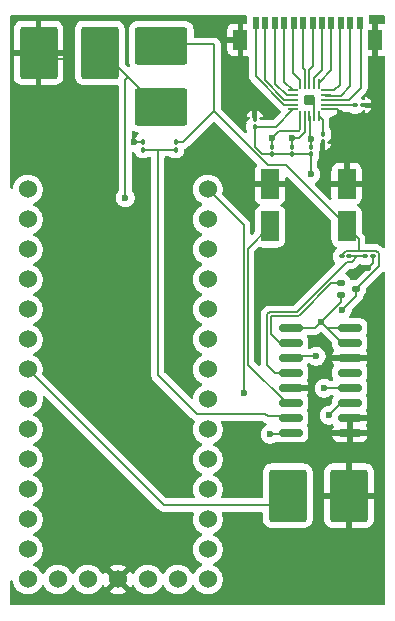
<source format=gbr>
%TF.GenerationSoftware,KiCad,Pcbnew,9.0.0*%
%TF.CreationDate,2025-04-24T22:16:00-04:00*%
%TF.ProjectId,SeniorProject,53656e69-6f72-4507-926f-6a6563742e6b,rev?*%
%TF.SameCoordinates,Original*%
%TF.FileFunction,Copper,L1,Top*%
%TF.FilePolarity,Positive*%
%FSLAX46Y46*%
G04 Gerber Fmt 4.6, Leading zero omitted, Abs format (unit mm)*
G04 Created by KiCad (PCBNEW 9.0.0) date 2025-04-24 22:16:00*
%MOMM*%
%LPD*%
G01*
G04 APERTURE LIST*
G04 Aperture macros list*
%AMRoundRect*
0 Rectangle with rounded corners*
0 $1 Rounding radius*
0 $2 $3 $4 $5 $6 $7 $8 $9 X,Y pos of 4 corners*
0 Add a 4 corners polygon primitive as box body*
4,1,4,$2,$3,$4,$5,$6,$7,$8,$9,$2,$3,0*
0 Add four circle primitives for the rounded corners*
1,1,$1+$1,$2,$3*
1,1,$1+$1,$4,$5*
1,1,$1+$1,$6,$7*
1,1,$1+$1,$8,$9*
0 Add four rect primitives between the rounded corners*
20,1,$1+$1,$2,$3,$4,$5,0*
20,1,$1+$1,$4,$5,$6,$7,0*
20,1,$1+$1,$6,$7,$8,$9,0*
20,1,$1+$1,$8,$9,$2,$3,0*%
%AMFreePoly0*
4,1,14,0.354215,0.088284,0.450784,-0.008285,0.462500,-0.036569,0.462500,-0.060000,0.450784,-0.088284,0.422500,-0.100000,-0.422500,-0.100000,-0.450784,-0.088284,-0.462500,-0.060000,-0.462500,0.060000,-0.450784,0.088284,-0.422500,0.100000,0.325931,0.100000,0.354215,0.088284,0.354215,0.088284,$1*%
%AMFreePoly1*
4,1,14,0.450784,0.088284,0.462500,0.060000,0.462500,0.036569,0.450784,0.008285,0.354215,-0.088284,0.325931,-0.100000,-0.422500,-0.100000,-0.450784,-0.088284,-0.462500,-0.060000,-0.462500,0.060000,-0.450784,0.088284,-0.422500,0.100000,0.422500,0.100000,0.450784,0.088284,0.450784,0.088284,$1*%
%AMFreePoly2*
4,1,14,0.088284,0.450784,0.100000,0.422500,0.100000,-0.422500,0.088284,-0.450784,0.060000,-0.462500,-0.060000,-0.462500,-0.088284,-0.450784,-0.100000,-0.422500,-0.100000,0.325931,-0.088284,0.354215,0.008285,0.450784,0.036569,0.462500,0.060000,0.462500,0.088284,0.450784,0.088284,0.450784,$1*%
%AMFreePoly3*
4,1,14,-0.008285,0.450784,0.088284,0.354215,0.100000,0.325931,0.100000,-0.422500,0.088284,-0.450784,0.060000,-0.462500,-0.060000,-0.462500,-0.088284,-0.450784,-0.100000,-0.422500,-0.100000,0.422500,-0.088284,0.450784,-0.060000,0.462500,-0.036569,0.462500,-0.008285,0.450784,-0.008285,0.450784,$1*%
%AMFreePoly4*
4,1,14,0.450784,0.088284,0.462500,0.060000,0.462500,-0.060000,0.450784,-0.088284,0.422500,-0.100000,-0.325931,-0.100000,-0.354215,-0.088284,-0.450784,0.008285,-0.462500,0.036569,-0.462500,0.060000,-0.450784,0.088284,-0.422500,0.100000,0.422500,0.100000,0.450784,0.088284,0.450784,0.088284,$1*%
%AMFreePoly5*
4,1,14,0.450784,0.088284,0.462500,0.060000,0.462500,-0.060000,0.450784,-0.088284,0.422500,-0.100000,-0.422500,-0.100000,-0.450784,-0.088284,-0.462500,-0.060000,-0.462500,-0.036569,-0.450784,-0.008285,-0.354215,0.088284,-0.325931,0.100000,0.422500,0.100000,0.450784,0.088284,0.450784,0.088284,$1*%
%AMFreePoly6*
4,1,14,0.088284,0.450784,0.100000,0.422500,0.100000,-0.325931,0.088284,-0.354215,-0.008285,-0.450784,-0.036569,-0.462500,-0.060000,-0.462500,-0.088284,-0.450784,-0.100000,-0.422500,-0.100000,0.422500,-0.088284,0.450784,-0.060000,0.462500,0.060000,0.462500,0.088284,0.450784,0.088284,0.450784,$1*%
%AMFreePoly7*
4,1,14,0.088284,0.450784,0.100000,0.422500,0.100000,-0.422500,0.088284,-0.450784,0.060000,-0.462500,0.036569,-0.462500,0.008285,-0.450784,-0.088284,-0.354215,-0.100000,-0.325931,-0.100000,0.422500,-0.088284,0.450784,-0.060000,0.462500,0.060000,0.462500,0.088284,0.450784,0.088284,0.450784,$1*%
G04 Aperture macros list end*
%TA.AperFunction,SMDPad,CuDef*%
%ADD10RoundRect,0.100000X0.100000X-0.130000X0.100000X0.130000X-0.100000X0.130000X-0.100000X-0.130000X0*%
%TD*%
%TA.AperFunction,SMDPad,CuDef*%
%ADD11RoundRect,0.150000X-0.850000X-0.150000X0.850000X-0.150000X0.850000X0.150000X-0.850000X0.150000X0*%
%TD*%
%TA.AperFunction,SMDPad,CuDef*%
%ADD12RoundRect,0.125000X-0.175000X-0.125000X0.175000X-0.125000X0.175000X0.125000X-0.175000X0.125000X0*%
%TD*%
%TA.AperFunction,SMDPad,CuDef*%
%ADD13RoundRect,0.100000X0.130000X0.100000X-0.130000X0.100000X-0.130000X-0.100000X0.130000X-0.100000X0*%
%TD*%
%TA.AperFunction,SMDPad,CuDef*%
%ADD14RoundRect,0.100000X-0.100000X0.130000X-0.100000X-0.130000X0.100000X-0.130000X0.100000X0.130000X0*%
%TD*%
%TA.AperFunction,SMDPad,CuDef*%
%ADD15RoundRect,0.250000X0.550000X-1.050000X0.550000X1.050000X-0.550000X1.050000X-0.550000X-1.050000X0*%
%TD*%
%TA.AperFunction,SMDPad,CuDef*%
%ADD16RoundRect,0.250000X-1.975000X1.350000X-1.975000X-1.350000X1.975000X-1.350000X1.975000X1.350000X0*%
%TD*%
%TA.AperFunction,SMDPad,CuDef*%
%ADD17FreePoly0,90.000000*%
%TD*%
%TA.AperFunction,SMDPad,CuDef*%
%ADD18RoundRect,0.050000X0.050000X-0.412500X0.050000X0.412500X-0.050000X0.412500X-0.050000X-0.412500X0*%
%TD*%
%TA.AperFunction,SMDPad,CuDef*%
%ADD19FreePoly1,90.000000*%
%TD*%
%TA.AperFunction,SMDPad,CuDef*%
%ADD20FreePoly2,90.000000*%
%TD*%
%TA.AperFunction,SMDPad,CuDef*%
%ADD21RoundRect,0.050000X0.412500X-0.050000X0.412500X0.050000X-0.412500X0.050000X-0.412500X-0.050000X0*%
%TD*%
%TA.AperFunction,SMDPad,CuDef*%
%ADD22FreePoly3,90.000000*%
%TD*%
%TA.AperFunction,SMDPad,CuDef*%
%ADD23FreePoly4,90.000000*%
%TD*%
%TA.AperFunction,SMDPad,CuDef*%
%ADD24FreePoly5,90.000000*%
%TD*%
%TA.AperFunction,SMDPad,CuDef*%
%ADD25FreePoly6,90.000000*%
%TD*%
%TA.AperFunction,SMDPad,CuDef*%
%ADD26FreePoly7,90.000000*%
%TD*%
%TA.AperFunction,SMDPad,CuDef*%
%ADD27R,0.500000X1.100000*%
%TD*%
%TA.AperFunction,SMDPad,CuDef*%
%ADD28R,1.200000X1.700000*%
%TD*%
%TA.AperFunction,SMDPad,CuDef*%
%ADD29RoundRect,0.100000X-0.130000X-0.100000X0.130000X-0.100000X0.130000X0.100000X-0.130000X0.100000X0*%
%TD*%
%TA.AperFunction,SMDPad,CuDef*%
%ADD30RoundRect,0.250000X-1.350000X-1.975000X1.350000X-1.975000X1.350000X1.975000X-1.350000X1.975000X0*%
%TD*%
%TA.AperFunction,ComponentPad*%
%ADD31C,1.530000*%
%TD*%
%TA.AperFunction,ViaPad*%
%ADD32C,0.600000*%
%TD*%
%TA.AperFunction,Conductor*%
%ADD33C,0.127000*%
%TD*%
G04 APERTURE END LIST*
D10*
%TO.P,R8,1*%
%TO.N,A-*%
X121750000Y-76915000D03*
%TO.P,R8,2*%
%TO.N,GND*%
X121750000Y-76275000D03*
%TD*%
D11*
%TO.P,U2,1,VSUP*%
%TO.N,5V*%
X134250000Y-92005000D03*
%TO.P,U2,2,BASE*%
%TO.N,Net-(Q1-B)*%
X134250000Y-93275000D03*
%TO.P,U2,3,AVDD*%
%TO.N,E+*%
X134250000Y-94545000D03*
%TO.P,U2,4,VFB*%
%TO.N,Net-(U2-VFB)*%
X134250000Y-95815000D03*
%TO.P,U2,5,AGND*%
%TO.N,GND*%
X134250000Y-97085000D03*
%TO.P,U2,6,VBG*%
%TO.N,Net-(U2-VBG)*%
X134250000Y-98355000D03*
%TO.P,U2,7,INA-*%
%TO.N,A-*%
X134250000Y-99625000D03*
%TO.P,U2,8,INA+*%
%TO.N,A+*%
X134250000Y-100895000D03*
%TO.P,U2,9,INB-*%
%TO.N,GND*%
X139250000Y-100895000D03*
%TO.P,U2,10,INB+*%
X139250000Y-99625000D03*
%TO.P,U2,11,PD_SCK*%
%TO.N,PD_SCK*%
X139250000Y-98355000D03*
%TO.P,U2,12,DOUT*%
%TO.N,DOUT*%
X139250000Y-97085000D03*
%TO.P,U2,13,XO*%
%TO.N,unconnected-(U2-XO-Pad13)*%
X139250000Y-95815000D03*
%TO.P,U2,14,XI*%
%TO.N,GND*%
X139250000Y-94545000D03*
%TO.P,U2,15,RATE*%
%TO.N,5V*%
X139250000Y-93275000D03*
%TO.P,U2,16,DVDD*%
X139250000Y-92005000D03*
%TD*%
D12*
%TO.P,Q1,1,B*%
%TO.N,Net-(Q1-B)*%
X138500000Y-88200000D03*
%TO.P,Q1,2,E*%
%TO.N,5V*%
X138500000Y-89200000D03*
%TO.P,Q1,3,C*%
%TO.N,E+*%
X139800000Y-88700000D03*
%TD*%
D13*
%TO.P,R5,2*%
%TO.N,E+*%
X138585000Y-85950000D03*
%TO.P,R5,1*%
%TO.N,Net-(U2-VFB)*%
X139225000Y-85950000D03*
%TD*%
D14*
%TO.P,R7,2*%
%TO.N,A-*%
X124500000Y-76915000D03*
%TO.P,R7,1*%
%TO.N,E+*%
X124500000Y-76275000D03*
%TD*%
D15*
%TO.P,C3,1*%
%TO.N,E+*%
X139000000Y-83400000D03*
%TO.P,C3,2*%
%TO.N,GND*%
X139000000Y-79800000D03*
%TD*%
%TO.P,C4,2*%
%TO.N,GND*%
X132500000Y-79800000D03*
%TO.P,C4,1*%
%TO.N,Net-(U2-VBG)*%
X132500000Y-83400000D03*
%TD*%
D13*
%TO.P,R6,1*%
%TO.N,GND*%
X141225000Y-85950000D03*
%TO.P,R6,2*%
%TO.N,Net-(U2-VFB)*%
X140585000Y-85950000D03*
%TD*%
D16*
%TO.P,STRAIN2,2*%
%TO.N,A+*%
X123300000Y-73300000D03*
%TO.P,STRAIN2,1*%
%TO.N,E+*%
X123300000Y-68100000D03*
%TD*%
D14*
%TO.P,C1,1*%
%TO.N,Net-(U3-VREG)*%
X136950000Y-75580000D03*
%TO.P,C1,2*%
%TO.N,GND*%
X136950000Y-76220000D03*
%TD*%
D10*
%TO.P,R3,1*%
%TO.N,3V3*%
X134350000Y-77315000D03*
%TO.P,R3,2*%
%TO.N,SCL*%
X134350000Y-76675000D03*
%TD*%
D17*
%TO.P,U3,1,~{IRQ}*%
%TO.N,IRQ*%
X135037500Y-74087500D03*
D18*
%TO.P,U3,2,SCL*%
%TO.N,SCL*%
X135437500Y-74087500D03*
%TO.P,U3,3,SDA*%
%TO.N,SDA*%
X135837500Y-74087500D03*
%TO.P,U3,4,ADDR*%
%TO.N,GND*%
X136237500Y-74087500D03*
D19*
%TO.P,U3,5,VREG*%
%TO.N,Net-(U3-VREG)*%
X136637500Y-74087500D03*
D20*
%TO.P,U3,6,VSS*%
%TO.N,GND*%
X137225000Y-73500000D03*
D21*
%TO.P,U3,7,REXT*%
%TO.N,Net-(U3-REXT)*%
X137225000Y-73100000D03*
%TO.P,U3,8,ELE0*%
%TO.N,Net-(U3-ELE0)*%
X137225000Y-72700000D03*
%TO.P,U3,9,ELE1*%
%TO.N,Net-(U3-ELE1)*%
X137225000Y-72300000D03*
D22*
%TO.P,U3,10,ELE2*%
%TO.N,Net-(U3-ELE2)*%
X137225000Y-71900000D03*
D23*
%TO.P,U3,11,ELE3*%
%TO.N,Net-(U3-ELE3)*%
X136637500Y-71312500D03*
D18*
%TO.P,U3,12,LED0/ELE4*%
%TO.N,Net-(U3-LED0{slash}ELE4)*%
X136237500Y-71312500D03*
%TO.P,U3,13,LED1/ELE5*%
%TO.N,Net-(U3-LED1{slash}ELE5)*%
X135837500Y-71312500D03*
%TO.P,U3,14,LED2/ELE6*%
%TO.N,Net-(U3-LED2{slash}ELE6)*%
X135437500Y-71312500D03*
D24*
%TO.P,U3,15,LED3/ELE7*%
%TO.N,Net-(U3-LED3{slash}ELE7)*%
X135037500Y-71312500D03*
D25*
%TO.P,U3,16,LED4/ELE8*%
%TO.N,Net-(U3-LED4{slash}ELE8)*%
X134450000Y-71900000D03*
D21*
%TO.P,U3,17,LED5/ELE9*%
%TO.N,Net-(U3-LED5{slash}ELE9)*%
X134450000Y-72300000D03*
%TO.P,U3,18,LED6/ELE10*%
%TO.N,Net-(U3-LED6{slash}ELE10)*%
X134450000Y-72700000D03*
%TO.P,U3,19,LED7/ELE11*%
%TO.N,Net-(U3-LED7{slash}ELE11)*%
X134450000Y-73100000D03*
D26*
%TO.P,U3,20,VDD*%
%TO.N,3V3*%
X134450000Y-73500000D03*
%TD*%
D10*
%TO.P,R4,1*%
%TO.N,3V3*%
X135950000Y-77300000D03*
%TO.P,R4,2*%
%TO.N,SDA*%
X135950000Y-76660000D03*
%TD*%
D27*
%TO.P,J1,1,1*%
%TO.N,Net-(U3-ELE0)*%
X140100000Y-66200000D03*
%TO.P,J1,2,2*%
%TO.N,Net-(U3-ELE1)*%
X139300000Y-66200000D03*
%TO.P,J1,3,3*%
%TO.N,Net-(U3-ELE2)*%
X138500000Y-66200000D03*
%TO.P,J1,4,4*%
%TO.N,Net-(U3-ELE3)*%
X137700000Y-66200000D03*
%TO.P,J1,5,5*%
%TO.N,Net-(U3-LED0{slash}ELE4)*%
X136900000Y-66200000D03*
%TO.P,J1,6,6*%
%TO.N,Net-(U3-LED1{slash}ELE5)*%
X136100000Y-66200000D03*
%TO.P,J1,7,7*%
%TO.N,Net-(U3-LED2{slash}ELE6)*%
X135300000Y-66200000D03*
%TO.P,J1,8,8*%
%TO.N,Net-(U3-LED3{slash}ELE7)*%
X134500000Y-66200000D03*
%TO.P,J1,9,9*%
%TO.N,Net-(U3-LED4{slash}ELE8)*%
X133700000Y-66200000D03*
%TO.P,J1,10,10*%
%TO.N,Net-(U3-LED5{slash}ELE9)*%
X132900000Y-66200000D03*
%TO.P,J1,11,11*%
%TO.N,Net-(U3-LED6{slash}ELE10)*%
X132100000Y-66200000D03*
%TO.P,J1,12,12*%
%TO.N,Net-(U3-LED7{slash}ELE11)*%
X131300000Y-66200000D03*
D28*
%TO.P,J1,13,MP1*%
%TO.N,GND*%
X141400000Y-67600000D03*
%TO.P,J1,14,MP2*%
X130000000Y-67600000D03*
%TD*%
D10*
%TO.P,R1,1*%
%TO.N,3V3*%
X132650000Y-77315000D03*
%TO.P,R1,2*%
%TO.N,IRQ*%
X132650000Y-76675000D03*
%TD*%
%TO.P,C2,1*%
%TO.N,3V3*%
X131200000Y-74970000D03*
%TO.P,C2,2*%
%TO.N,GND*%
X131200000Y-74330000D03*
%TD*%
D29*
%TO.P,R2,1*%
%TO.N,Net-(U3-REXT)*%
X139725000Y-73150000D03*
%TO.P,R2,2*%
%TO.N,GND*%
X140365000Y-73150000D03*
%TD*%
D30*
%TO.P,STRAIN1,1*%
%TO.N,GND*%
X112900000Y-68700000D03*
%TO.P,STRAIN1,2*%
%TO.N,A+*%
X118100000Y-68700000D03*
%TD*%
%TO.P,M1,1,+*%
%TO.N,Motor*%
X134000000Y-106200000D03*
%TO.P,M1,2,-*%
%TO.N,GND*%
X139200000Y-106200000D03*
%TD*%
D31*
%TO.P,U1,0,0*%
%TO.N,unconnected-(U1-Pad0)*%
X112000000Y-82820000D03*
%TO.P,U1,1,1*%
%TO.N,unconnected-(U1-Pad1)*%
X112000000Y-85360000D03*
%TO.P,U1,2,2*%
%TO.N,IRQ*%
X112000000Y-87900000D03*
%TO.P,U1,3,3*%
%TO.N,unconnected-(U1-Pad3)*%
X112000000Y-90440000D03*
%TO.P,U1,3.3V_1,3.3V_1*%
%TO.N,unconnected-(U1-Pad3.3V_1)*%
X117080000Y-113300000D03*
%TO.P,U1,3.3V_2,3.3V_2*%
%TO.N,unconnected-(U1-Pad3.3V_2)*%
X127240000Y-85360000D03*
%TO.P,U1,4,4*%
%TO.N,unconnected-(U1-Pad4)*%
X112000000Y-92980000D03*
%TO.P,U1,5,5*%
%TO.N,Motor*%
X112000000Y-95520000D03*
%TO.P,U1,6,6*%
%TO.N,unconnected-(U1-Pad6)*%
X112000000Y-98060000D03*
%TO.P,U1,7,7*%
%TO.N,unconnected-(U1-Pad7)*%
X112000000Y-100600000D03*
%TO.P,U1,8,8*%
%TO.N,unconnected-(U1-Pad8)*%
X112000000Y-103140000D03*
%TO.P,U1,9,9*%
%TO.N,unconnected-(U1-Pad9)*%
X112000000Y-105680000D03*
%TO.P,U1,10,10*%
%TO.N,unconnected-(U1-Pad10)*%
X112000000Y-108220000D03*
%TO.P,U1,11,11*%
%TO.N,unconnected-(U1-Pad11)*%
X112000000Y-110760000D03*
%TO.P,U1,12,12*%
%TO.N,unconnected-(U1-Pad12)*%
X112000000Y-113300000D03*
%TO.P,U1,13,13*%
%TO.N,unconnected-(U1-Pad13)*%
X127240000Y-113300000D03*
%TO.P,U1,14,14*%
%TO.N,PD_SCK*%
X127240000Y-110760000D03*
%TO.P,U1,15,15*%
%TO.N,DOUT*%
X127240000Y-108220000D03*
%TO.P,U1,16,16*%
%TO.N,unconnected-(U1-Pad16)*%
X127240000Y-105680000D03*
%TO.P,U1,17,17*%
%TO.N,unconnected-(U1-Pad17)*%
X127240000Y-103140000D03*
%TO.P,U1,18,18*%
%TO.N,SDA*%
X127240000Y-100600000D03*
%TO.P,U1,19,19*%
%TO.N,SCL*%
X127240000Y-98060000D03*
%TO.P,U1,20,20*%
%TO.N,unconnected-(U1-Pad20)*%
X127240000Y-95520000D03*
%TO.P,U1,21,21*%
%TO.N,unconnected-(U1-Pad21)*%
X127240000Y-92980000D03*
%TO.P,U1,22,22*%
%TO.N,unconnected-(U1-Pad22)*%
X127240000Y-90440000D03*
%TO.P,U1,23,23*%
%TO.N,unconnected-(U1-Pad23)*%
X127240000Y-87900000D03*
%TO.P,U1,G1,G1*%
%TO.N,Motor*%
X112000000Y-80280000D03*
%TO.P,U1,G2,G2*%
%TO.N,GND*%
X119620000Y-113300000D03*
%TO.P,U1,G3,G3*%
%TO.N,3V3*%
X127240000Y-82820000D03*
%TO.P,U1,ON-OFF,ON/OFF*%
%TO.N,unconnected-(U1-ON{slash}OFF-PadON-OFF)*%
X124700000Y-113300000D03*
%TO.P,U1,PGM,PROGRAM*%
%TO.N,unconnected-(U1-PROGRAM-PadPGM)*%
X122160000Y-113300000D03*
%TO.P,U1,VBAT,VBAT*%
%TO.N,unconnected-(U1-PadVBAT)*%
X114540000Y-113300000D03*
%TO.P,U1,VIN,VIN*%
%TO.N,5V*%
X127240000Y-80280000D03*
%TD*%
D32*
%TO.N,GND*%
X141300000Y-94500000D03*
X140800000Y-86900000D03*
%TO.N,E+*%
X138600000Y-90500000D03*
%TO.N,PD_SCK*%
X137500000Y-99400000D03*
%TO.N,DOUT*%
X137100000Y-97100000D03*
%TO.N,A+*%
X132500000Y-101000000D03*
X120250000Y-81000000D03*
%TO.N,GND*%
X121000000Y-76250000D03*
X115250000Y-69250000D03*
%TO.N,5V*%
X130263500Y-97500000D03*
%TO.N,E+*%
X136400000Y-94400000D03*
%TO.N,5V*%
X136800000Y-91500000D03*
%TO.N,IRQ*%
X132650000Y-75900000D03*
%TO.N,SDA*%
X135950000Y-76000000D03*
%TO.N,SCL*%
X134350000Y-75900000D03*
%TO.N,GND*%
X131250000Y-73200000D03*
X138450000Y-73800000D03*
X136050000Y-72700000D03*
%TO.N,3V3*%
X135950000Y-79000000D03*
%TD*%
D33*
%TO.N,GND*%
X141200000Y-94600000D02*
X139100000Y-94600000D01*
X141300000Y-94500000D02*
X141200000Y-94600000D01*
X141225000Y-86475000D02*
X140800000Y-86900000D01*
X141225000Y-85950000D02*
X141225000Y-86475000D01*
%TO.N,E+*%
X139800000Y-89300000D02*
X138600000Y-90500000D01*
X139800000Y-88700000D02*
X139800000Y-89300000D01*
%TO.N,PD_SCK*%
X138545000Y-98355000D02*
X137500000Y-99400000D01*
X139250000Y-98355000D02*
X138545000Y-98355000D01*
%TO.N,DOUT*%
X137115000Y-97085000D02*
X137100000Y-97100000D01*
X139250000Y-97085000D02*
X137115000Y-97085000D01*
%TO.N,Net-(U2-VBG)*%
X133900000Y-98400000D02*
X134200000Y-98400000D01*
X130600000Y-95100000D02*
X133900000Y-98400000D01*
X130600000Y-85300000D02*
X130600000Y-95100000D01*
X132500000Y-83400000D02*
X130600000Y-85300000D01*
%TO.N,A-*%
X132300000Y-99500000D02*
X134250000Y-99500000D01*
X132100000Y-99300000D02*
X132300000Y-99500000D01*
X123000000Y-96000362D02*
X126299638Y-99300000D01*
X126299638Y-99300000D02*
X132100000Y-99300000D01*
X123000000Y-76915000D02*
X123000000Y-96000362D01*
%TO.N,A+*%
X132500000Y-101000000D02*
X134000000Y-101000000D01*
X120250000Y-71000000D02*
X120250000Y-81000000D01*
X120500000Y-70750000D02*
X120250000Y-71000000D01*
X118450000Y-68700000D02*
X120500000Y-70750000D01*
X118100000Y-68700000D02*
X118450000Y-68700000D01*
X120500000Y-70750000D02*
X123000000Y-73250000D01*
%TO.N,A-*%
X123000000Y-76915000D02*
X121835000Y-76915000D01*
%TO.N,A+*%
X122200000Y-74300000D02*
X123250000Y-73250000D01*
%TO.N,GND*%
X113500000Y-69250000D02*
X113250000Y-69000000D01*
X115250000Y-69250000D02*
X113500000Y-69250000D01*
X121025000Y-76275000D02*
X121000000Y-76250000D01*
X121750000Y-76275000D02*
X121025000Y-76275000D01*
%TO.N,E+*%
X125138862Y-76275000D02*
X127750000Y-73663862D01*
X124500000Y-76275000D02*
X125138862Y-76275000D01*
%TO.N,A-*%
X121835000Y-76915000D02*
X121750000Y-77000000D01*
X124500000Y-76915000D02*
X123000000Y-76915000D01*
%TO.N,E+*%
X127750000Y-68000000D02*
X123500000Y-68000000D01*
X133835500Y-78235500D02*
X132321638Y-78235500D01*
X139000000Y-83400000D02*
X133835500Y-78235500D01*
X132321638Y-78235500D02*
X127750000Y-73663862D01*
X127750000Y-73663862D02*
X127750000Y-68000000D01*
X140000000Y-84500000D02*
X139000000Y-83500000D01*
X140000000Y-85485500D02*
X140000000Y-84500000D01*
X140000000Y-85485500D02*
X138941248Y-85485500D01*
%TO.N,5V*%
X130263500Y-83303500D02*
X130263500Y-97500000D01*
X127240000Y-80280000D02*
X130263500Y-83303500D01*
%TO.N,Motor*%
X123500000Y-107000000D02*
X112000000Y-95500000D01*
X123670500Y-107000000D02*
X123500000Y-107000000D01*
%TO.N,E+*%
X136400000Y-94400000D02*
X134300000Y-94400000D01*
X138600000Y-85826748D02*
X138600000Y-86000000D01*
X138941248Y-85485500D02*
X138600000Y-85826748D01*
X139800000Y-88700000D02*
X141719500Y-86780500D01*
X141719500Y-86780500D02*
X141719500Y-85696248D01*
X141508752Y-85485500D02*
X140000000Y-85485500D01*
X141719500Y-85696248D02*
X141508752Y-85485500D01*
%TO.N,Net-(Q1-B)*%
X132600000Y-91000000D02*
X132600000Y-92500000D01*
%TO.N,5V*%
X136800000Y-91500000D02*
X137300000Y-92000000D01*
X136800000Y-91500000D02*
X138600000Y-93300000D01*
%TO.N,Net-(U2-VFB)*%
X139435500Y-86414500D02*
X139021638Y-86414500D01*
X139900000Y-85950000D02*
X139435500Y-86414500D01*
%TO.N,Net-(Q1-B)*%
X132600000Y-92500000D02*
X133300000Y-93200000D01*
X137700000Y-88200000D02*
X135000000Y-90900000D01*
X133400000Y-93300000D02*
X134300000Y-93300000D01*
X135000000Y-90900000D02*
X134900000Y-91000000D01*
%TO.N,5V*%
X137300000Y-92000000D02*
X139300000Y-92000000D01*
%TO.N,Net-(Q1-B)*%
X133300000Y-93200000D02*
X133400000Y-93300000D01*
%TO.N,5V*%
X136800000Y-91500000D02*
X136300000Y-92000000D01*
X136800000Y-91500000D02*
X138500000Y-89800000D01*
X138500000Y-89800000D02*
X138500000Y-89300000D01*
X138600000Y-93300000D02*
X139300000Y-93300000D01*
%TO.N,Net-(U2-VFB)*%
X139225000Y-85950000D02*
X139900000Y-85950000D01*
X139900000Y-85950000D02*
X140550000Y-85950000D01*
X139021638Y-86414500D02*
X134764138Y-90672000D01*
%TO.N,Net-(Q1-B)*%
X138500000Y-88200000D02*
X137700000Y-88200000D01*
%TO.N,5V*%
X136300000Y-92000000D02*
X134300000Y-92000000D01*
%TO.N,Net-(Q1-B)*%
X134900000Y-91000000D02*
X132600000Y-91000000D01*
%TO.N,Net-(U2-VFB)*%
X132464138Y-90672000D02*
X132272000Y-90864138D01*
X134764138Y-90672000D02*
X132464138Y-90672000D01*
X132272000Y-95172000D02*
X132900000Y-95800000D01*
X140550000Y-85950000D02*
X140600000Y-86000000D01*
X132272000Y-90864138D02*
X132272000Y-95172000D01*
X132900000Y-95800000D02*
X134300000Y-95800000D01*
%TO.N,E+*%
X123900000Y-68700000D02*
X123400000Y-68200000D01*
%TO.N,SDA*%
X135950000Y-76660000D02*
X135950000Y-76000000D01*
X135850000Y-75900000D02*
X135850000Y-74100000D01*
X135950000Y-76000000D02*
X135850000Y-75900000D01*
X135950000Y-76660000D02*
X135850000Y-76560000D01*
%TO.N,SCL*%
X134350000Y-76675000D02*
X134350000Y-75900000D01*
%TO.N,Net-(U3-LED6{slash}ELE10)*%
X133714500Y-72664500D02*
X134450000Y-72664500D01*
%TO.N,Net-(U3-REXT)*%
X139725000Y-73150000D02*
X137974500Y-73150000D01*
%TO.N,Net-(U3-LED5{slash}ELE9)*%
X134450000Y-72300000D02*
X133923268Y-72300000D01*
%TO.N,Net-(U3-ELE1)*%
X139300000Y-71550000D02*
X138514500Y-72335500D01*
%TO.N,Net-(U3-LED2{slash}ELE6)*%
X135300000Y-70000000D02*
X135450000Y-70150000D01*
%TO.N,Net-(U3-ELE1)*%
X138514500Y-72335500D02*
X137200000Y-72335500D01*
%TO.N,Net-(U3-LED1{slash}ELE5)*%
X136100000Y-66200000D02*
X136100000Y-69852000D01*
%TO.N,Net-(U3-LED3{slash}ELE7)*%
X135037500Y-70987500D02*
X134450000Y-70400000D01*
%TO.N,Net-(U3-LED4{slash}ELE8)*%
X133700000Y-71150000D02*
X133700000Y-66150000D01*
%TO.N,Net-(U3-LED7{slash}ELE11)*%
X131300000Y-66200000D02*
X131300000Y-70713862D01*
%TO.N,Net-(U3-VREG)*%
X136637500Y-74087500D02*
X136950000Y-74400000D01*
%TO.N,Net-(U3-ELE2)*%
X138450000Y-71400000D02*
X138450000Y-66400000D01*
%TO.N,Net-(U3-LED0{slash}ELE4)*%
X136900000Y-66200000D02*
X136900000Y-70123268D01*
%TO.N,Net-(U3-LED5{slash}ELE9)*%
X132950000Y-71326732D02*
X132950000Y-66150000D01*
%TO.N,Net-(U3-LED7{slash}ELE11)*%
X133711638Y-73125500D02*
X134450000Y-73125500D01*
%TO.N,Net-(U3-LED2{slash}ELE6)*%
X135450000Y-70150000D02*
X135450000Y-71400000D01*
%TO.N,Net-(U3-ELE2)*%
X137950000Y-71900000D02*
X138450000Y-71400000D01*
X137225000Y-71900000D02*
X137950000Y-71900000D01*
%TO.N,Net-(U3-ELE3)*%
X137700000Y-70150000D02*
X136700000Y-71150000D01*
%TO.N,Net-(U3-LED1{slash}ELE5)*%
X136100000Y-69852000D02*
X135802000Y-70150000D01*
%TO.N,Net-(U3-LED3{slash}ELE7)*%
X135037500Y-71312500D02*
X135037500Y-70987500D01*
%TO.N,Net-(U3-ELE0)*%
X139150000Y-72700000D02*
X140200000Y-71650000D01*
%TO.N,Net-(U3-LED0{slash}ELE4)*%
X136202000Y-70821268D02*
X136202000Y-71150000D01*
%TO.N,Net-(U3-LED6{slash}ELE10)*%
X132100000Y-66200000D02*
X132100000Y-71050000D01*
%TO.N,Net-(U3-LED5{slash}ELE9)*%
X133923268Y-72300000D02*
X132950000Y-71326732D01*
%TO.N,Net-(U3-REXT)*%
X137974500Y-73150000D02*
X137950000Y-73125500D01*
%TO.N,Net-(U3-ELE1)*%
X139300000Y-66200000D02*
X139300000Y-71550000D01*
%TO.N,Net-(U3-LED7{slash}ELE11)*%
X131300000Y-70713862D02*
X133711638Y-73125500D01*
%TO.N,Net-(U3-LED3{slash}ELE7)*%
X134450000Y-70400000D02*
X134450000Y-66150000D01*
%TO.N,Net-(U3-LED4{slash}ELE8)*%
X134450000Y-71900000D02*
X133700000Y-71150000D01*
%TO.N,Net-(U3-REXT)*%
X137950000Y-73125500D02*
X137450000Y-73125500D01*
%TO.N,Net-(U3-ELE0)*%
X137225000Y-72700000D02*
X139150000Y-72700000D01*
%TO.N,Net-(U3-LED2{slash}ELE6)*%
X135300000Y-66200000D02*
X135300000Y-70000000D01*
%TO.N,Net-(U3-LED0{slash}ELE4)*%
X136900000Y-70123268D02*
X136202000Y-70821268D01*
%TO.N,Net-(U3-ELE3)*%
X137700000Y-66200000D02*
X137700000Y-70150000D01*
%TO.N,Net-(U3-VREG)*%
X136950000Y-74400000D02*
X136950000Y-75400000D01*
%TO.N,Net-(U3-LED6{slash}ELE10)*%
X132100000Y-71050000D02*
X133714500Y-72664500D01*
%TO.N,Net-(U3-ELE0)*%
X140200000Y-71650000D02*
X140200000Y-66400000D01*
%TO.N,Net-(U3-LED1{slash}ELE5)*%
X135802000Y-70150000D02*
X135802000Y-71150000D01*
%TO.N,SCL*%
X134950000Y-75900000D02*
X135450000Y-75400000D01*
X135450000Y-75400000D02*
X135450000Y-74100000D01*
%TO.N,IRQ*%
X135050000Y-75200000D02*
X135050000Y-74100000D01*
X132650000Y-75900000D02*
X133250000Y-75300000D01*
X133250000Y-75300000D02*
X134950000Y-75300000D01*
X132650000Y-76675000D02*
X132650000Y-75900000D01*
X134950000Y-75300000D02*
X135050000Y-75200000D01*
%TO.N,SCL*%
X134350000Y-75900000D02*
X134950000Y-75900000D01*
%TO.N,GND*%
X131250000Y-73200000D02*
X131250000Y-74100000D01*
X131250000Y-74100000D02*
X131150000Y-74200000D01*
X136050000Y-72700000D02*
X136250000Y-72900000D01*
X136250000Y-72900000D02*
X136250000Y-74200000D01*
X138150000Y-73500000D02*
X138450000Y-73800000D01*
X137225000Y-73500000D02*
X138150000Y-73500000D01*
%TO.N,3V3*%
X131850000Y-77300000D02*
X131350000Y-76800000D01*
X131350000Y-76800000D02*
X131250000Y-76700000D01*
X131250000Y-76700000D02*
X131250000Y-75000000D01*
X135950000Y-77300000D02*
X134350000Y-77300000D01*
X132980000Y-74970000D02*
X134450000Y-73500000D01*
X135950000Y-79000000D02*
X135950000Y-77300000D01*
X131200000Y-74970000D02*
X132980000Y-74970000D01*
X134350000Y-77300000D02*
X132650000Y-77300000D01*
X132650000Y-77300000D02*
X131850000Y-77300000D01*
%TO.N,Motor*%
X133059500Y-107190500D02*
X134250000Y-106000000D01*
X123670500Y-107000000D02*
X133059500Y-107000000D01*
%TD*%
%TA.AperFunction,Conductor*%
%TO.N,GND*%
G36*
X142168834Y-87231295D02*
G01*
X142224767Y-87273167D01*
X142249184Y-87338631D01*
X142249500Y-87347477D01*
X142249500Y-115375500D01*
X142229815Y-115442539D01*
X142177011Y-115488294D01*
X142125500Y-115499500D01*
X110624500Y-115499500D01*
X110557461Y-115479815D01*
X110511706Y-115427011D01*
X110500500Y-115375500D01*
X110500500Y-113497745D01*
X110520185Y-113430706D01*
X110572989Y-113384951D01*
X110642147Y-113375007D01*
X110705703Y-113404032D01*
X110743477Y-113462810D01*
X110746973Y-113478347D01*
X110765661Y-113596340D01*
X110765661Y-113596343D01*
X110827213Y-113785780D01*
X110840485Y-113811827D01*
X110917647Y-113963266D01*
X111034731Y-114124418D01*
X111175582Y-114265269D01*
X111336734Y-114382353D01*
X111513304Y-114472320D01*
X111514219Y-114472786D01*
X111703657Y-114534338D01*
X111703658Y-114534338D01*
X111703661Y-114534339D01*
X111900403Y-114565500D01*
X111900404Y-114565500D01*
X112099596Y-114565500D01*
X112099597Y-114565500D01*
X112296339Y-114534339D01*
X112296342Y-114534338D01*
X112296343Y-114534338D01*
X112485780Y-114472786D01*
X112485780Y-114472785D01*
X112485783Y-114472785D01*
X112663266Y-114382353D01*
X112824418Y-114265269D01*
X112965269Y-114124418D01*
X113082353Y-113963266D01*
X113159515Y-113811827D01*
X113207490Y-113761031D01*
X113275311Y-113744236D01*
X113341446Y-113766773D01*
X113380485Y-113811827D01*
X113457647Y-113963266D01*
X113574731Y-114124418D01*
X113715582Y-114265269D01*
X113876734Y-114382353D01*
X114053304Y-114472320D01*
X114054219Y-114472786D01*
X114243657Y-114534338D01*
X114243658Y-114534338D01*
X114243661Y-114534339D01*
X114440403Y-114565500D01*
X114440404Y-114565500D01*
X114639596Y-114565500D01*
X114639597Y-114565500D01*
X114836339Y-114534339D01*
X114836342Y-114534338D01*
X114836343Y-114534338D01*
X115025780Y-114472786D01*
X115025780Y-114472785D01*
X115025783Y-114472785D01*
X115203266Y-114382353D01*
X115364418Y-114265269D01*
X115505269Y-114124418D01*
X115622353Y-113963266D01*
X115699515Y-113811827D01*
X115747490Y-113761031D01*
X115815311Y-113744236D01*
X115881446Y-113766773D01*
X115920485Y-113811827D01*
X115997647Y-113963266D01*
X116114731Y-114124418D01*
X116255582Y-114265269D01*
X116416734Y-114382353D01*
X116593304Y-114472320D01*
X116594219Y-114472786D01*
X116783657Y-114534338D01*
X116783658Y-114534338D01*
X116783661Y-114534339D01*
X116980403Y-114565500D01*
X116980404Y-114565500D01*
X117179596Y-114565500D01*
X117179597Y-114565500D01*
X117376339Y-114534339D01*
X117376342Y-114534338D01*
X117376343Y-114534338D01*
X117565780Y-114472786D01*
X117565780Y-114472785D01*
X117565783Y-114472785D01*
X117743266Y-114382353D01*
X117904418Y-114265269D01*
X118045269Y-114124418D01*
X118162353Y-113963266D01*
X118239795Y-113811276D01*
X118287769Y-113760481D01*
X118355590Y-113743686D01*
X118421725Y-113766223D01*
X118460765Y-113811277D01*
X118538077Y-113963008D01*
X118565580Y-114000863D01*
X118565581Y-114000864D01*
X119128871Y-113437574D01*
X119144755Y-113496853D01*
X119211898Y-113613147D01*
X119306853Y-113708102D01*
X119423147Y-113775245D01*
X119482425Y-113791128D01*
X118919134Y-114354417D01*
X118956994Y-114381924D01*
X119134405Y-114472320D01*
X119323777Y-114533852D01*
X119520437Y-114565000D01*
X119719563Y-114565000D01*
X119916222Y-114533852D01*
X120105594Y-114472320D01*
X120283005Y-114381924D01*
X120320863Y-114354418D01*
X120320863Y-114354417D01*
X119757574Y-113791128D01*
X119816853Y-113775245D01*
X119933147Y-113708102D01*
X120028102Y-113613147D01*
X120095245Y-113496853D01*
X120111128Y-113437574D01*
X120674417Y-114000863D01*
X120674418Y-114000863D01*
X120701924Y-113963005D01*
X120779234Y-113811277D01*
X120827208Y-113760481D01*
X120895029Y-113743686D01*
X120961164Y-113766223D01*
X121000204Y-113811277D01*
X121077514Y-113963005D01*
X121077647Y-113963266D01*
X121194731Y-114124418D01*
X121335582Y-114265269D01*
X121496734Y-114382353D01*
X121673304Y-114472320D01*
X121674219Y-114472786D01*
X121863657Y-114534338D01*
X121863658Y-114534338D01*
X121863661Y-114534339D01*
X122060403Y-114565500D01*
X122060404Y-114565500D01*
X122259596Y-114565500D01*
X122259597Y-114565500D01*
X122456339Y-114534339D01*
X122456342Y-114534338D01*
X122456343Y-114534338D01*
X122645780Y-114472786D01*
X122645780Y-114472785D01*
X122645783Y-114472785D01*
X122823266Y-114382353D01*
X122984418Y-114265269D01*
X123125269Y-114124418D01*
X123242353Y-113963266D01*
X123319515Y-113811827D01*
X123367490Y-113761031D01*
X123435311Y-113744236D01*
X123501446Y-113766773D01*
X123540485Y-113811827D01*
X123617647Y-113963266D01*
X123734731Y-114124418D01*
X123875582Y-114265269D01*
X124036734Y-114382353D01*
X124213304Y-114472320D01*
X124214219Y-114472786D01*
X124403657Y-114534338D01*
X124403658Y-114534338D01*
X124403661Y-114534339D01*
X124600403Y-114565500D01*
X124600404Y-114565500D01*
X124799596Y-114565500D01*
X124799597Y-114565500D01*
X124996339Y-114534339D01*
X124996342Y-114534338D01*
X124996343Y-114534338D01*
X125185780Y-114472786D01*
X125185780Y-114472785D01*
X125185783Y-114472785D01*
X125363266Y-114382353D01*
X125524418Y-114265269D01*
X125665269Y-114124418D01*
X125782353Y-113963266D01*
X125859515Y-113811827D01*
X125907490Y-113761031D01*
X125975311Y-113744236D01*
X126041446Y-113766773D01*
X126080485Y-113811827D01*
X126157647Y-113963266D01*
X126274731Y-114124418D01*
X126415582Y-114265269D01*
X126576734Y-114382353D01*
X126753304Y-114472320D01*
X126754219Y-114472786D01*
X126943657Y-114534338D01*
X126943658Y-114534338D01*
X126943661Y-114534339D01*
X127140403Y-114565500D01*
X127140404Y-114565500D01*
X127339596Y-114565500D01*
X127339597Y-114565500D01*
X127536339Y-114534339D01*
X127536342Y-114534338D01*
X127536343Y-114534338D01*
X127725780Y-114472786D01*
X127725780Y-114472785D01*
X127725783Y-114472785D01*
X127903266Y-114382353D01*
X128064418Y-114265269D01*
X128205269Y-114124418D01*
X128322353Y-113963266D01*
X128412785Y-113785783D01*
X128421006Y-113760481D01*
X128474338Y-113596343D01*
X128474338Y-113596342D01*
X128474339Y-113596339D01*
X128505500Y-113399597D01*
X128505500Y-113200403D01*
X128474339Y-113003661D01*
X128474338Y-113003657D01*
X128474338Y-113003656D01*
X128412786Y-112814219D01*
X128322485Y-112636994D01*
X128322353Y-112636734D01*
X128205269Y-112475582D01*
X128064418Y-112334731D01*
X127903266Y-112217647D01*
X127751827Y-112140485D01*
X127701031Y-112092510D01*
X127684236Y-112024689D01*
X127706773Y-111958554D01*
X127751827Y-111919515D01*
X127761116Y-111914781D01*
X127903266Y-111842353D01*
X128064418Y-111725269D01*
X128205269Y-111584418D01*
X128322353Y-111423266D01*
X128412785Y-111245783D01*
X128474339Y-111056339D01*
X128505500Y-110859597D01*
X128505500Y-110660403D01*
X128474339Y-110463661D01*
X128474338Y-110463657D01*
X128474338Y-110463656D01*
X128412786Y-110274219D01*
X128322352Y-110096733D01*
X128205269Y-109935582D01*
X128064418Y-109794731D01*
X127903266Y-109677647D01*
X127751827Y-109600485D01*
X127701031Y-109552510D01*
X127684236Y-109484689D01*
X127706773Y-109418554D01*
X127751827Y-109379515D01*
X127761116Y-109374781D01*
X127903266Y-109302353D01*
X128064418Y-109185269D01*
X128205269Y-109044418D01*
X128322353Y-108883266D01*
X128412785Y-108705783D01*
X128474339Y-108516339D01*
X128505500Y-108319597D01*
X128505500Y-108120403D01*
X128474339Y-107923661D01*
X128412785Y-107734217D01*
X128412783Y-107734213D01*
X128411279Y-107729584D01*
X128412616Y-107729149D01*
X128405831Y-107665970D01*
X128437112Y-107603495D01*
X128497205Y-107567849D01*
X128527858Y-107564000D01*
X131775501Y-107564000D01*
X131842540Y-107583685D01*
X131888295Y-107636489D01*
X131899501Y-107688000D01*
X131899501Y-108225018D01*
X131910000Y-108327796D01*
X131910001Y-108327799D01*
X131931676Y-108393208D01*
X131965186Y-108494334D01*
X132057288Y-108643656D01*
X132181344Y-108767712D01*
X132330666Y-108859814D01*
X132497203Y-108914999D01*
X132599991Y-108925500D01*
X135400008Y-108925499D01*
X135502797Y-108914999D01*
X135669334Y-108859814D01*
X135818656Y-108767712D01*
X135942712Y-108643656D01*
X136034814Y-108494334D01*
X136089999Y-108327797D01*
X136100500Y-108225009D01*
X136100500Y-108224986D01*
X137100001Y-108224986D01*
X137110494Y-108327697D01*
X137165641Y-108494119D01*
X137165643Y-108494124D01*
X137257684Y-108643345D01*
X137381654Y-108767315D01*
X137530875Y-108859356D01*
X137530880Y-108859358D01*
X137697302Y-108914505D01*
X137697309Y-108914506D01*
X137800019Y-108924999D01*
X138949999Y-108924999D01*
X139450000Y-108924999D01*
X140599972Y-108924999D01*
X140599986Y-108924998D01*
X140702697Y-108914505D01*
X140869119Y-108859358D01*
X140869124Y-108859356D01*
X141018345Y-108767315D01*
X141142315Y-108643345D01*
X141234356Y-108494124D01*
X141234358Y-108494119D01*
X141289505Y-108327697D01*
X141289506Y-108327690D01*
X141299999Y-108224986D01*
X141300000Y-108224973D01*
X141300000Y-106450000D01*
X139450000Y-106450000D01*
X139450000Y-108924999D01*
X138949999Y-108924999D01*
X138950000Y-108924998D01*
X138950000Y-106450000D01*
X137100001Y-106450000D01*
X137100001Y-108224986D01*
X136100500Y-108224986D01*
X136100499Y-106165783D01*
X136100499Y-104175013D01*
X137100000Y-104175013D01*
X137100000Y-105950000D01*
X138950000Y-105950000D01*
X139450000Y-105950000D01*
X141299999Y-105950000D01*
X141299999Y-104175028D01*
X141299998Y-104175013D01*
X141289505Y-104072302D01*
X141234358Y-103905880D01*
X141234356Y-103905875D01*
X141142315Y-103756654D01*
X141018345Y-103632684D01*
X140869124Y-103540643D01*
X140869119Y-103540641D01*
X140702697Y-103485494D01*
X140702690Y-103485493D01*
X140599986Y-103475000D01*
X139450000Y-103475000D01*
X139450000Y-105950000D01*
X138950000Y-105950000D01*
X138950000Y-103475000D01*
X137800028Y-103475000D01*
X137800012Y-103475001D01*
X137697302Y-103485494D01*
X137530880Y-103540641D01*
X137530875Y-103540643D01*
X137381654Y-103632684D01*
X137257684Y-103756654D01*
X137165643Y-103905875D01*
X137165641Y-103905880D01*
X137110494Y-104072302D01*
X137110493Y-104072309D01*
X137100000Y-104175013D01*
X136100499Y-104175013D01*
X136100499Y-104174998D01*
X136100498Y-104174981D01*
X136089999Y-104072203D01*
X136089998Y-104072200D01*
X136054283Y-103964420D01*
X136034814Y-103905666D01*
X135942712Y-103756344D01*
X135818656Y-103632288D01*
X135669334Y-103540186D01*
X135502797Y-103485001D01*
X135502795Y-103485000D01*
X135400010Y-103474500D01*
X132599998Y-103474500D01*
X132599981Y-103474501D01*
X132497203Y-103485000D01*
X132497200Y-103485001D01*
X132330668Y-103540185D01*
X132330663Y-103540187D01*
X132181342Y-103632289D01*
X132057289Y-103756342D01*
X131965187Y-103905663D01*
X131965185Y-103905668D01*
X131965115Y-103905880D01*
X131910001Y-104072203D01*
X131910001Y-104072204D01*
X131910000Y-104072204D01*
X131899500Y-104174983D01*
X131899500Y-104174996D01*
X131899501Y-106312000D01*
X131879816Y-106379039D01*
X131827013Y-106424794D01*
X131775501Y-106436000D01*
X128477453Y-106436000D01*
X128410414Y-106416315D01*
X128364659Y-106363511D01*
X128354715Y-106294353D01*
X128366968Y-106255706D01*
X128412785Y-106165783D01*
X128412785Y-106165782D01*
X128474338Y-105976343D01*
X128474338Y-105976342D01*
X128474339Y-105976339D01*
X128505500Y-105779597D01*
X128505500Y-105580403D01*
X128474339Y-105383661D01*
X128474338Y-105383657D01*
X128474338Y-105383656D01*
X128412786Y-105194219D01*
X128322352Y-105016733D01*
X128205269Y-104855582D01*
X128064418Y-104714731D01*
X127903266Y-104597647D01*
X127751827Y-104520485D01*
X127701031Y-104472510D01*
X127684236Y-104404689D01*
X127706773Y-104338554D01*
X127751827Y-104299515D01*
X127761116Y-104294781D01*
X127903266Y-104222353D01*
X128064418Y-104105269D01*
X128205269Y-103964418D01*
X128322353Y-103803266D01*
X128412785Y-103625783D01*
X128440597Y-103540186D01*
X128474338Y-103436343D01*
X128474338Y-103436342D01*
X128474339Y-103436339D01*
X128505500Y-103239597D01*
X128505500Y-103040403D01*
X128474339Y-102843661D01*
X128474338Y-102843657D01*
X128474338Y-102843656D01*
X128412786Y-102654219D01*
X128322352Y-102476733D01*
X128205269Y-102315582D01*
X128064418Y-102174731D01*
X127903266Y-102057647D01*
X127751827Y-101980485D01*
X127701031Y-101932510D01*
X127684236Y-101864689D01*
X127706773Y-101798554D01*
X127751827Y-101759515D01*
X127761116Y-101754781D01*
X127903266Y-101682353D01*
X128064418Y-101565269D01*
X128205269Y-101424418D01*
X128322353Y-101263266D01*
X128412785Y-101085783D01*
X128466275Y-100921158D01*
X128474338Y-100896343D01*
X128474338Y-100896342D01*
X128474339Y-100896339D01*
X128505500Y-100699597D01*
X128505500Y-100500403D01*
X128474339Y-100303661D01*
X128474338Y-100303657D01*
X128474338Y-100303656D01*
X128412786Y-100114219D01*
X128377158Y-100044295D01*
X128364262Y-99975626D01*
X128390538Y-99910885D01*
X128447645Y-99870628D01*
X128487643Y-99864000D01*
X131815021Y-99864000D01*
X131882060Y-99883685D01*
X131902702Y-99900319D01*
X131953696Y-99951313D01*
X131953697Y-99951314D01*
X131953699Y-99951315D01*
X132082300Y-100025563D01*
X132082301Y-100025563D01*
X132082304Y-100025565D01*
X132141379Y-100041394D01*
X132201037Y-100077758D01*
X132231566Y-100140605D01*
X132223271Y-100209981D01*
X132178786Y-100263859D01*
X132156737Y-100275729D01*
X132120820Y-100290606D01*
X132120814Y-100290609D01*
X131989711Y-100378210D01*
X131989707Y-100378213D01*
X131878213Y-100489707D01*
X131878210Y-100489711D01*
X131790609Y-100620814D01*
X131790602Y-100620827D01*
X131730264Y-100766498D01*
X131730261Y-100766510D01*
X131699500Y-100921153D01*
X131699500Y-101078846D01*
X131730261Y-101233489D01*
X131730264Y-101233501D01*
X131790602Y-101379172D01*
X131790609Y-101379185D01*
X131878210Y-101510288D01*
X131878213Y-101510292D01*
X131989707Y-101621786D01*
X131989711Y-101621789D01*
X132120814Y-101709390D01*
X132120827Y-101709397D01*
X132266498Y-101769735D01*
X132266503Y-101769737D01*
X132411375Y-101798554D01*
X132421153Y-101800499D01*
X132421156Y-101800500D01*
X132421158Y-101800500D01*
X132578844Y-101800500D01*
X132578845Y-101800499D01*
X132733497Y-101769737D01*
X132879179Y-101709394D01*
X132986328Y-101637798D01*
X133053005Y-101616921D01*
X133118340Y-101634169D01*
X133139602Y-101646744D01*
X133181224Y-101658836D01*
X133297426Y-101692597D01*
X133297429Y-101692597D01*
X133297431Y-101692598D01*
X133334306Y-101695500D01*
X133334314Y-101695500D01*
X135165686Y-101695500D01*
X135165694Y-101695500D01*
X135202569Y-101692598D01*
X135202571Y-101692597D01*
X135202573Y-101692597D01*
X135244191Y-101680505D01*
X135360398Y-101646744D01*
X135501865Y-101563081D01*
X135618081Y-101446865D01*
X135701744Y-101305398D01*
X135747598Y-101147569D01*
X135747800Y-101145001D01*
X137752704Y-101145001D01*
X137752899Y-101147486D01*
X137798718Y-101305198D01*
X137882314Y-101446552D01*
X137882321Y-101446561D01*
X137998438Y-101562678D01*
X137998447Y-101562685D01*
X138139803Y-101646282D01*
X138139806Y-101646283D01*
X138297504Y-101692099D01*
X138297510Y-101692100D01*
X138334350Y-101694999D01*
X138334366Y-101695000D01*
X139000000Y-101695000D01*
X139500000Y-101695000D01*
X140165634Y-101695000D01*
X140165649Y-101694999D01*
X140202489Y-101692100D01*
X140202495Y-101692099D01*
X140360193Y-101646283D01*
X140360196Y-101646282D01*
X140501552Y-101562685D01*
X140501561Y-101562678D01*
X140617678Y-101446561D01*
X140617685Y-101446552D01*
X140701281Y-101305198D01*
X140747100Y-101147486D01*
X140747295Y-101145001D01*
X140747295Y-101145000D01*
X139500000Y-101145000D01*
X139500000Y-101695000D01*
X139000000Y-101695000D01*
X139000000Y-101145000D01*
X137752705Y-101145000D01*
X137752704Y-101145001D01*
X135747800Y-101145001D01*
X135750500Y-101110694D01*
X135750500Y-100679306D01*
X135747598Y-100642431D01*
X135741321Y-100620827D01*
X135701745Y-100484606D01*
X135701744Y-100484603D01*
X135701744Y-100484602D01*
X135618081Y-100343135D01*
X135618078Y-100343132D01*
X135613298Y-100336969D01*
X135615750Y-100335066D01*
X135589155Y-100286421D01*
X135594104Y-100216726D01*
X135614940Y-100184304D01*
X135613298Y-100183031D01*
X135618075Y-100176870D01*
X135618081Y-100176865D01*
X135701744Y-100035398D01*
X135738092Y-99910288D01*
X135747597Y-99877573D01*
X135747598Y-99877567D01*
X135750500Y-99840694D01*
X135750500Y-99409306D01*
X135747598Y-99372431D01*
X135745631Y-99365661D01*
X135701745Y-99214606D01*
X135701744Y-99214603D01*
X135701744Y-99214602D01*
X135618081Y-99073135D01*
X135618078Y-99073132D01*
X135613298Y-99066969D01*
X135615750Y-99065066D01*
X135589155Y-99016421D01*
X135594104Y-98946726D01*
X135614940Y-98914304D01*
X135613298Y-98913031D01*
X135618075Y-98906870D01*
X135618081Y-98906865D01*
X135701744Y-98765398D01*
X135735505Y-98649191D01*
X135747597Y-98607573D01*
X135747598Y-98607567D01*
X135750499Y-98570701D01*
X135750500Y-98570694D01*
X135750500Y-98139306D01*
X135747598Y-98102431D01*
X135735798Y-98061817D01*
X135701745Y-97944606D01*
X135701744Y-97944603D01*
X135701744Y-97944602D01*
X135618081Y-97803135D01*
X135618078Y-97803132D01*
X135613298Y-97796969D01*
X135615635Y-97795155D01*
X135588798Y-97746050D01*
X135593756Y-97676356D01*
X135614554Y-97643998D01*
X135612903Y-97642717D01*
X135617686Y-97636550D01*
X135701281Y-97495198D01*
X135747100Y-97337486D01*
X135747295Y-97335001D01*
X135747295Y-97335000D01*
X134374000Y-97335000D01*
X134365314Y-97332449D01*
X134356353Y-97333738D01*
X134332312Y-97322759D01*
X134306961Y-97315315D01*
X134301033Y-97308474D01*
X134292797Y-97304713D01*
X134278507Y-97282478D01*
X134261206Y-97262511D01*
X134258918Y-97251996D01*
X134255023Y-97245935D01*
X134250000Y-97211000D01*
X134250000Y-97021153D01*
X136299500Y-97021153D01*
X136299500Y-97178846D01*
X136330261Y-97333489D01*
X136330264Y-97333501D01*
X136390602Y-97479172D01*
X136390609Y-97479185D01*
X136478210Y-97610288D01*
X136478213Y-97610292D01*
X136589707Y-97721786D01*
X136589711Y-97721789D01*
X136720814Y-97809390D01*
X136720827Y-97809397D01*
X136848437Y-97862254D01*
X136866503Y-97869737D01*
X137021153Y-97900499D01*
X137021156Y-97900500D01*
X137021158Y-97900500D01*
X137178844Y-97900500D01*
X137178845Y-97900499D01*
X137333497Y-97869737D01*
X137479179Y-97809394D01*
X137610289Y-97721789D01*
X137646758Y-97685320D01*
X137673688Y-97670614D01*
X137699505Y-97654023D01*
X137705703Y-97653131D01*
X137708080Y-97651834D01*
X137734440Y-97649000D01*
X137755679Y-97649000D01*
X137822718Y-97668685D01*
X137868473Y-97721489D01*
X137878417Y-97790647D01*
X137862411Y-97836121D01*
X137798255Y-97944603D01*
X137798254Y-97944606D01*
X137752402Y-98102426D01*
X137752401Y-98102432D01*
X137749500Y-98139298D01*
X137749500Y-98301522D01*
X137740855Y-98330962D01*
X137734332Y-98360949D01*
X137730577Y-98365964D01*
X137729815Y-98368561D01*
X137713181Y-98389203D01*
X137539203Y-98563181D01*
X137477880Y-98596666D01*
X137451522Y-98599500D01*
X137421155Y-98599500D01*
X137266510Y-98630261D01*
X137266498Y-98630264D01*
X137120827Y-98690602D01*
X137120814Y-98690609D01*
X136989711Y-98778210D01*
X136989707Y-98778213D01*
X136878213Y-98889707D01*
X136878210Y-98889711D01*
X136790609Y-99020814D01*
X136790602Y-99020827D01*
X136730264Y-99166498D01*
X136730261Y-99166510D01*
X136699500Y-99321153D01*
X136699500Y-99478846D01*
X136730261Y-99633489D01*
X136730264Y-99633501D01*
X136790602Y-99779172D01*
X136790609Y-99779185D01*
X136878210Y-99910288D01*
X136878213Y-99910292D01*
X136989707Y-100021786D01*
X136989711Y-100021789D01*
X137120814Y-100109390D01*
X137120827Y-100109397D01*
X137266498Y-100169735D01*
X137266503Y-100169737D01*
X137416131Y-100199500D01*
X137421153Y-100200499D01*
X137421156Y-100200500D01*
X137421158Y-100200500D01*
X137578844Y-100200500D01*
X137578845Y-100200499D01*
X137733497Y-100169737D01*
X137733516Y-100169729D01*
X137735088Y-100169253D01*
X137735972Y-100169245D01*
X137739472Y-100168549D01*
X137739603Y-100169212D01*
X137804955Y-100168622D01*
X137864072Y-100205864D01*
X137893670Y-100269154D01*
X137884352Y-100338400D01*
X137877829Y-100351030D01*
X137798719Y-100484799D01*
X137752899Y-100642513D01*
X137752704Y-100644998D01*
X137752705Y-100645000D01*
X139000000Y-100645000D01*
X139500000Y-100645000D01*
X140747295Y-100645000D01*
X140747295Y-100644998D01*
X140747100Y-100642513D01*
X140701281Y-100484801D01*
X140617685Y-100343447D01*
X140612900Y-100337278D01*
X140615252Y-100335453D01*
X140588445Y-100286405D01*
X140593402Y-100216712D01*
X140614465Y-100183936D01*
X140612900Y-100182722D01*
X140617685Y-100176552D01*
X140701281Y-100035198D01*
X140747100Y-99877486D01*
X140747295Y-99875001D01*
X140747295Y-99875000D01*
X139500000Y-99875000D01*
X139500000Y-100645000D01*
X139000000Y-100645000D01*
X139000000Y-99749000D01*
X139019685Y-99681961D01*
X139072489Y-99636206D01*
X139124000Y-99625000D01*
X139250000Y-99625000D01*
X139250000Y-99499000D01*
X139269685Y-99431961D01*
X139322489Y-99386206D01*
X139374000Y-99375000D01*
X140747295Y-99375000D01*
X140747295Y-99374998D01*
X140747100Y-99372513D01*
X140701281Y-99214801D01*
X140617685Y-99073447D01*
X140612900Y-99067278D01*
X140615366Y-99065364D01*
X140588802Y-99016776D01*
X140593749Y-98947082D01*
X140614856Y-98914232D01*
X140613301Y-98913026D01*
X140618077Y-98906868D01*
X140618081Y-98906865D01*
X140701744Y-98765398D01*
X140735505Y-98649191D01*
X140747597Y-98607573D01*
X140747598Y-98607567D01*
X140750499Y-98570701D01*
X140750500Y-98570694D01*
X140750500Y-98139306D01*
X140747598Y-98102431D01*
X140735798Y-98061817D01*
X140701745Y-97944606D01*
X140701744Y-97944603D01*
X140701744Y-97944602D01*
X140618081Y-97803135D01*
X140618078Y-97803132D01*
X140613298Y-97796969D01*
X140615750Y-97795066D01*
X140589155Y-97746421D01*
X140594104Y-97676726D01*
X140614940Y-97644304D01*
X140613298Y-97643031D01*
X140618075Y-97636870D01*
X140618081Y-97636865D01*
X140701744Y-97495398D01*
X140747598Y-97337569D01*
X140750500Y-97300694D01*
X140750500Y-96869306D01*
X140747598Y-96832431D01*
X140745631Y-96825661D01*
X140701745Y-96674606D01*
X140701744Y-96674603D01*
X140701744Y-96674602D01*
X140618081Y-96533135D01*
X140618078Y-96533132D01*
X140613298Y-96526969D01*
X140615750Y-96525066D01*
X140589155Y-96476421D01*
X140594104Y-96406726D01*
X140614940Y-96374304D01*
X140613298Y-96373031D01*
X140618075Y-96366870D01*
X140618081Y-96366865D01*
X140701744Y-96225398D01*
X140747598Y-96067569D01*
X140750500Y-96030694D01*
X140750500Y-95599306D01*
X140747598Y-95562431D01*
X140701744Y-95404602D01*
X140618081Y-95263135D01*
X140618078Y-95263132D01*
X140613298Y-95256969D01*
X140615635Y-95255155D01*
X140588798Y-95206050D01*
X140593756Y-95136356D01*
X140614554Y-95103998D01*
X140612903Y-95102717D01*
X140617686Y-95096550D01*
X140701281Y-94955198D01*
X140747100Y-94797486D01*
X140747295Y-94795001D01*
X140747295Y-94795000D01*
X137752705Y-94795000D01*
X137752704Y-94795001D01*
X137752899Y-94797486D01*
X137798718Y-94955198D01*
X137882314Y-95096552D01*
X137887100Y-95102722D01*
X137884640Y-95104629D01*
X137911210Y-95153288D01*
X137906226Y-95222980D01*
X137885162Y-95255781D01*
X137886699Y-95256974D01*
X137881915Y-95263140D01*
X137798255Y-95404603D01*
X137798254Y-95404606D01*
X137752402Y-95562426D01*
X137752401Y-95562432D01*
X137749500Y-95599298D01*
X137749500Y-96030701D01*
X137752401Y-96067567D01*
X137752402Y-96067573D01*
X137798254Y-96225393D01*
X137798255Y-96225396D01*
X137862411Y-96333879D01*
X137864066Y-96340403D01*
X137868473Y-96345489D01*
X137872548Y-96373835D01*
X137879594Y-96401603D01*
X137877459Y-96407986D01*
X137878417Y-96414647D01*
X137866518Y-96440700D01*
X137857434Y-96467866D01*
X137852187Y-96472081D01*
X137849392Y-96478203D01*
X137825297Y-96493687D01*
X137802968Y-96511629D01*
X137794888Y-96513230D01*
X137790614Y-96515977D01*
X137755679Y-96521000D01*
X137704441Y-96521000D01*
X137637402Y-96501315D01*
X137616760Y-96484681D01*
X137610292Y-96478213D01*
X137610288Y-96478210D01*
X137479185Y-96390609D01*
X137479172Y-96390602D01*
X137333501Y-96330264D01*
X137333489Y-96330261D01*
X137178845Y-96299500D01*
X137178842Y-96299500D01*
X137021158Y-96299500D01*
X137021155Y-96299500D01*
X136866510Y-96330261D01*
X136866498Y-96330264D01*
X136720827Y-96390602D01*
X136720814Y-96390609D01*
X136589711Y-96478210D01*
X136589707Y-96478213D01*
X136478213Y-96589707D01*
X136478210Y-96589711D01*
X136390609Y-96720814D01*
X136390602Y-96720827D01*
X136330264Y-96866498D01*
X136330261Y-96866510D01*
X136299500Y-97021153D01*
X134250000Y-97021153D01*
X134250000Y-96959000D01*
X134269685Y-96891961D01*
X134322489Y-96846206D01*
X134374000Y-96835000D01*
X135747295Y-96835000D01*
X135747295Y-96834998D01*
X135747100Y-96832513D01*
X135701281Y-96674801D01*
X135617685Y-96533447D01*
X135612900Y-96527278D01*
X135615366Y-96525364D01*
X135588802Y-96476776D01*
X135593749Y-96407082D01*
X135614856Y-96374232D01*
X135613301Y-96373026D01*
X135618077Y-96366868D01*
X135618081Y-96366865D01*
X135701744Y-96225398D01*
X135747598Y-96067569D01*
X135750500Y-96030694D01*
X135750500Y-95599306D01*
X135747598Y-95562431D01*
X135701744Y-95404602D01*
X135618081Y-95263135D01*
X135618078Y-95263132D01*
X135613298Y-95256969D01*
X135615750Y-95255066D01*
X135589155Y-95206421D01*
X135594104Y-95136726D01*
X135604939Y-95114629D01*
X135612493Y-95102452D01*
X135618081Y-95096865D01*
X135661330Y-95023733D01*
X135662016Y-95022629D01*
X135687126Y-95000161D01*
X135711722Y-94977196D01*
X135713179Y-94976850D01*
X135714085Y-94976040D01*
X135721821Y-94974801D01*
X135767385Y-94964000D01*
X135780559Y-94964000D01*
X135847598Y-94983685D01*
X135868240Y-95000319D01*
X135889707Y-95021786D01*
X135889711Y-95021789D01*
X136020814Y-95109390D01*
X136020827Y-95109397D01*
X136126791Y-95153288D01*
X136166503Y-95169737D01*
X136312124Y-95198703D01*
X136321153Y-95200499D01*
X136321156Y-95200500D01*
X136321158Y-95200500D01*
X136478844Y-95200500D01*
X136478845Y-95200499D01*
X136633497Y-95169737D01*
X136746166Y-95123067D01*
X136779172Y-95109397D01*
X136779172Y-95109396D01*
X136779179Y-95109394D01*
X136910289Y-95021789D01*
X137021789Y-94910289D01*
X137109394Y-94779179D01*
X137169737Y-94633497D01*
X137200500Y-94478842D01*
X137200500Y-94321158D01*
X137200500Y-94321155D01*
X137200499Y-94321153D01*
X137187241Y-94254500D01*
X137169737Y-94166503D01*
X137126597Y-94062352D01*
X137109397Y-94020827D01*
X137109390Y-94020814D01*
X137021789Y-93889711D01*
X137021786Y-93889707D01*
X136910292Y-93778213D01*
X136910288Y-93778210D01*
X136779185Y-93690609D01*
X136779172Y-93690602D01*
X136633501Y-93630264D01*
X136633489Y-93630261D01*
X136478845Y-93599500D01*
X136478842Y-93599500D01*
X136321158Y-93599500D01*
X136321155Y-93599500D01*
X136166510Y-93630261D01*
X136166498Y-93630264D01*
X136020827Y-93690602D01*
X136020814Y-93690609D01*
X135905893Y-93767398D01*
X135839215Y-93788276D01*
X135771835Y-93769791D01*
X135725145Y-93717813D01*
X135713969Y-93648843D01*
X135717926Y-93629701D01*
X135747597Y-93527573D01*
X135747598Y-93527567D01*
X135750499Y-93490701D01*
X135750500Y-93490694D01*
X135750500Y-93059306D01*
X135747598Y-93022431D01*
X135701744Y-92864602D01*
X135634632Y-92751121D01*
X135617449Y-92683397D01*
X135639609Y-92617134D01*
X135694075Y-92573371D01*
X135741364Y-92564000D01*
X136374251Y-92564000D01*
X136374253Y-92564000D01*
X136517696Y-92525565D01*
X136526170Y-92520672D01*
X136552805Y-92505295D01*
X136552806Y-92505293D01*
X136559639Y-92501349D01*
X136646304Y-92451313D01*
X136718244Y-92379372D01*
X136724897Y-92374309D01*
X136750027Y-92364706D01*
X136773640Y-92351813D01*
X136782173Y-92352423D01*
X136790164Y-92349370D01*
X136816496Y-92354877D01*
X136843332Y-92356797D01*
X136851853Y-92362273D01*
X136858554Y-92363675D01*
X136867058Y-92372044D01*
X136887680Y-92385297D01*
X136953696Y-92451313D01*
X136953697Y-92451313D01*
X136960764Y-92458380D01*
X136960763Y-92458380D01*
X136960767Y-92458383D01*
X137713181Y-93210797D01*
X137746666Y-93272120D01*
X137749500Y-93298478D01*
X137749500Y-93490701D01*
X137752401Y-93527567D01*
X137752402Y-93527573D01*
X137798254Y-93685393D01*
X137798255Y-93685396D01*
X137881917Y-93826862D01*
X137886702Y-93833031D01*
X137884369Y-93834840D01*
X137911210Y-93883995D01*
X137906226Y-93953687D01*
X137885470Y-93986021D01*
X137887097Y-93987283D01*
X137882313Y-93993449D01*
X137798718Y-94134801D01*
X137752899Y-94292513D01*
X137752704Y-94294998D01*
X137752705Y-94295000D01*
X140747295Y-94295000D01*
X140747295Y-94294998D01*
X140747100Y-94292513D01*
X140701281Y-94134801D01*
X140617685Y-93993447D01*
X140612900Y-93987278D01*
X140615366Y-93985364D01*
X140588802Y-93936776D01*
X140593749Y-93867082D01*
X140614856Y-93834232D01*
X140613301Y-93833026D01*
X140618077Y-93826868D01*
X140618081Y-93826865D01*
X140701744Y-93685398D01*
X140747598Y-93527569D01*
X140750500Y-93490694D01*
X140750500Y-93059306D01*
X140747598Y-93022431D01*
X140701744Y-92864602D01*
X140618081Y-92723135D01*
X140618078Y-92723132D01*
X140613298Y-92716969D01*
X140615750Y-92715066D01*
X140589155Y-92666421D01*
X140594104Y-92596726D01*
X140614940Y-92564304D01*
X140613298Y-92563031D01*
X140618075Y-92556870D01*
X140618081Y-92556865D01*
X140701744Y-92415398D01*
X140747598Y-92257569D01*
X140750500Y-92220694D01*
X140750500Y-91789306D01*
X140747598Y-91752431D01*
X140745631Y-91745661D01*
X140701745Y-91594606D01*
X140701744Y-91594603D01*
X140701744Y-91594602D01*
X140618081Y-91453135D01*
X140618079Y-91453133D01*
X140618076Y-91453129D01*
X140501870Y-91336923D01*
X140501862Y-91336917D01*
X140382809Y-91266510D01*
X140360398Y-91253256D01*
X140360397Y-91253255D01*
X140360396Y-91253255D01*
X140360393Y-91253254D01*
X140202573Y-91207402D01*
X140202567Y-91207401D01*
X140165701Y-91204500D01*
X140165694Y-91204500D01*
X139324009Y-91204500D01*
X139256970Y-91184815D01*
X139211215Y-91132011D01*
X139201271Y-91062853D01*
X139220907Y-91011609D01*
X139309390Y-90879185D01*
X139309390Y-90879184D01*
X139309394Y-90879179D01*
X139369737Y-90733497D01*
X139400500Y-90578842D01*
X139400500Y-90548477D01*
X139420185Y-90481438D01*
X139436815Y-90460800D01*
X140136094Y-89761520D01*
X140136099Y-89761517D01*
X140146302Y-89751313D01*
X140146304Y-89751313D01*
X140251313Y-89646304D01*
X140325565Y-89517696D01*
X140338792Y-89468333D01*
X140364000Y-89374253D01*
X140364000Y-89371952D01*
X140364548Y-89370083D01*
X140365061Y-89366193D01*
X140365667Y-89366272D01*
X140383685Y-89304913D01*
X140400314Y-89284275D01*
X140473170Y-89211420D01*
X140553618Y-89075390D01*
X140597709Y-88923627D01*
X140600500Y-88888163D01*
X140600499Y-88748477D01*
X140620183Y-88681438D01*
X140636813Y-88660801D01*
X142037819Y-87259796D01*
X142099142Y-87226311D01*
X142168834Y-87231295D01*
G37*
%TD.AperFunction*%
%TA.AperFunction,Conductor*%
G36*
X113438450Y-97740623D02*
G01*
X113460588Y-97758204D01*
X123044346Y-107341962D01*
X123044356Y-107341973D01*
X123048686Y-107346303D01*
X123048687Y-107346304D01*
X123153696Y-107451313D01*
X123282304Y-107525565D01*
X123425747Y-107564000D01*
X123425748Y-107564000D01*
X123596248Y-107564000D01*
X125952142Y-107564000D01*
X126019181Y-107583685D01*
X126064936Y-107636489D01*
X126074880Y-107705647D01*
X126068347Y-107729462D01*
X126068721Y-107729584D01*
X126067216Y-107734213D01*
X126067215Y-107734217D01*
X126026695Y-107858923D01*
X126005662Y-107923659D01*
X126005661Y-107923661D01*
X125974500Y-108120403D01*
X125974500Y-108319597D01*
X125975799Y-108327796D01*
X126005661Y-108516340D01*
X126005661Y-108516343D01*
X126067213Y-108705780D01*
X126067215Y-108705783D01*
X126157647Y-108883266D01*
X126274731Y-109044418D01*
X126415582Y-109185269D01*
X126576734Y-109302353D01*
X126646453Y-109337877D01*
X126728172Y-109379515D01*
X126778968Y-109427490D01*
X126795763Y-109495311D01*
X126773225Y-109561446D01*
X126728172Y-109600485D01*
X126576733Y-109677647D01*
X126484790Y-109744447D01*
X126415582Y-109794731D01*
X126415580Y-109794733D01*
X126415579Y-109794733D01*
X126274733Y-109935579D01*
X126274733Y-109935580D01*
X126274731Y-109935582D01*
X126224447Y-110004790D01*
X126157647Y-110096733D01*
X126067213Y-110274219D01*
X126005661Y-110463656D01*
X126005661Y-110463659D01*
X126005661Y-110463661D01*
X125974500Y-110660403D01*
X125974500Y-110859597D01*
X125979427Y-110890706D01*
X126005661Y-111056340D01*
X126005661Y-111056343D01*
X126067213Y-111245780D01*
X126067215Y-111245783D01*
X126157647Y-111423266D01*
X126274731Y-111584418D01*
X126415582Y-111725269D01*
X126576734Y-111842353D01*
X126646453Y-111877877D01*
X126728172Y-111919515D01*
X126778968Y-111967490D01*
X126795763Y-112035311D01*
X126773225Y-112101446D01*
X126728172Y-112140485D01*
X126576733Y-112217647D01*
X126538286Y-112245581D01*
X126415582Y-112334731D01*
X126415580Y-112334733D01*
X126415579Y-112334733D01*
X126274733Y-112475579D01*
X126274733Y-112475580D01*
X126274731Y-112475582D01*
X126224447Y-112544790D01*
X126157647Y-112636733D01*
X126080485Y-112788172D01*
X126032510Y-112838968D01*
X125964689Y-112855763D01*
X125898554Y-112833225D01*
X125859515Y-112788172D01*
X125782485Y-112636994D01*
X125782353Y-112636734D01*
X125665269Y-112475582D01*
X125524418Y-112334731D01*
X125363266Y-112217647D01*
X125185780Y-112127213D01*
X124996342Y-112065661D01*
X124804717Y-112035311D01*
X124799597Y-112034500D01*
X124600403Y-112034500D01*
X124595283Y-112035311D01*
X124403659Y-112065661D01*
X124403656Y-112065661D01*
X124214219Y-112127213D01*
X124036733Y-112217647D01*
X123998286Y-112245581D01*
X123875582Y-112334731D01*
X123875580Y-112334733D01*
X123875579Y-112334733D01*
X123734733Y-112475579D01*
X123734733Y-112475580D01*
X123734731Y-112475582D01*
X123684447Y-112544790D01*
X123617647Y-112636733D01*
X123540485Y-112788172D01*
X123492510Y-112838968D01*
X123424689Y-112855763D01*
X123358554Y-112833225D01*
X123319515Y-112788172D01*
X123242485Y-112636994D01*
X123242353Y-112636734D01*
X123125269Y-112475582D01*
X122984418Y-112334731D01*
X122823266Y-112217647D01*
X122645780Y-112127213D01*
X122456342Y-112065661D01*
X122264717Y-112035311D01*
X122259597Y-112034500D01*
X122060403Y-112034500D01*
X122055283Y-112035311D01*
X121863659Y-112065661D01*
X121863656Y-112065661D01*
X121674219Y-112127213D01*
X121496733Y-112217647D01*
X121458286Y-112245581D01*
X121335582Y-112334731D01*
X121335580Y-112334733D01*
X121335579Y-112334733D01*
X121194733Y-112475579D01*
X121194733Y-112475580D01*
X121194731Y-112475582D01*
X121159555Y-112523997D01*
X121077645Y-112636735D01*
X121000203Y-112788723D01*
X120952229Y-112839518D01*
X120884408Y-112856313D01*
X120818273Y-112833775D01*
X120779234Y-112788722D01*
X120701924Y-112636994D01*
X120674417Y-112599135D01*
X120674417Y-112599134D01*
X120111128Y-113162424D01*
X120095245Y-113103147D01*
X120028102Y-112986853D01*
X119933147Y-112891898D01*
X119816853Y-112824755D01*
X119757574Y-112808871D01*
X120320864Y-112245581D01*
X120320863Y-112245580D01*
X120283008Y-112218077D01*
X120105594Y-112127679D01*
X119916222Y-112066147D01*
X119719563Y-112035000D01*
X119520437Y-112035000D01*
X119323777Y-112066147D01*
X119134405Y-112127679D01*
X118956990Y-112218077D01*
X118919135Y-112245580D01*
X118919135Y-112245581D01*
X119482425Y-112808871D01*
X119423147Y-112824755D01*
X119306853Y-112891898D01*
X119211898Y-112986853D01*
X119144755Y-113103147D01*
X119128871Y-113162425D01*
X118565581Y-112599135D01*
X118565580Y-112599135D01*
X118538075Y-112636993D01*
X118460764Y-112788723D01*
X118412790Y-112839518D01*
X118344969Y-112856313D01*
X118278834Y-112833775D01*
X118239795Y-112788722D01*
X118162485Y-112636994D01*
X118162353Y-112636734D01*
X118045269Y-112475582D01*
X117904418Y-112334731D01*
X117743266Y-112217647D01*
X117565780Y-112127213D01*
X117376342Y-112065661D01*
X117184717Y-112035311D01*
X117179597Y-112034500D01*
X116980403Y-112034500D01*
X116975283Y-112035311D01*
X116783659Y-112065661D01*
X116783656Y-112065661D01*
X116594219Y-112127213D01*
X116416733Y-112217647D01*
X116378286Y-112245581D01*
X116255582Y-112334731D01*
X116255580Y-112334733D01*
X116255579Y-112334733D01*
X116114733Y-112475579D01*
X116114733Y-112475580D01*
X116114731Y-112475582D01*
X116064447Y-112544790D01*
X115997647Y-112636733D01*
X115920485Y-112788172D01*
X115872510Y-112838968D01*
X115804689Y-112855763D01*
X115738554Y-112833225D01*
X115699515Y-112788172D01*
X115622485Y-112636994D01*
X115622353Y-112636734D01*
X115505269Y-112475582D01*
X115364418Y-112334731D01*
X115203266Y-112217647D01*
X115025780Y-112127213D01*
X114836342Y-112065661D01*
X114644717Y-112035311D01*
X114639597Y-112034500D01*
X114440403Y-112034500D01*
X114435283Y-112035311D01*
X114243659Y-112065661D01*
X114243656Y-112065661D01*
X114054219Y-112127213D01*
X113876733Y-112217647D01*
X113838286Y-112245581D01*
X113715582Y-112334731D01*
X113715580Y-112334733D01*
X113715579Y-112334733D01*
X113574733Y-112475579D01*
X113574733Y-112475580D01*
X113574731Y-112475582D01*
X113524447Y-112544790D01*
X113457647Y-112636733D01*
X113380485Y-112788172D01*
X113332510Y-112838968D01*
X113264689Y-112855763D01*
X113198554Y-112833225D01*
X113159515Y-112788172D01*
X113082485Y-112636994D01*
X113082353Y-112636734D01*
X112965269Y-112475582D01*
X112824418Y-112334731D01*
X112663266Y-112217647D01*
X112511827Y-112140485D01*
X112461031Y-112092510D01*
X112444236Y-112024689D01*
X112466773Y-111958554D01*
X112511827Y-111919515D01*
X112521116Y-111914781D01*
X112663266Y-111842353D01*
X112824418Y-111725269D01*
X112965269Y-111584418D01*
X113082353Y-111423266D01*
X113172785Y-111245783D01*
X113234339Y-111056339D01*
X113265500Y-110859597D01*
X113265500Y-110660403D01*
X113234339Y-110463661D01*
X113234338Y-110463657D01*
X113234338Y-110463656D01*
X113172786Y-110274219D01*
X113082352Y-110096733D01*
X112965269Y-109935582D01*
X112824418Y-109794731D01*
X112663266Y-109677647D01*
X112511827Y-109600485D01*
X112461031Y-109552510D01*
X112444236Y-109484689D01*
X112466773Y-109418554D01*
X112511827Y-109379515D01*
X112521116Y-109374781D01*
X112663266Y-109302353D01*
X112824418Y-109185269D01*
X112965269Y-109044418D01*
X113082353Y-108883266D01*
X113172785Y-108705783D01*
X113234339Y-108516339D01*
X113265500Y-108319597D01*
X113265500Y-108120403D01*
X113234339Y-107923661D01*
X113234338Y-107923657D01*
X113234338Y-107923656D01*
X113172786Y-107734219D01*
X113086055Y-107564000D01*
X113082353Y-107556734D01*
X112965269Y-107395582D01*
X112824418Y-107254731D01*
X112663266Y-107137647D01*
X112511827Y-107060485D01*
X112461031Y-107012510D01*
X112444236Y-106944689D01*
X112466773Y-106878554D01*
X112511827Y-106839515D01*
X112521116Y-106834781D01*
X112663266Y-106762353D01*
X112824418Y-106645269D01*
X112965269Y-106504418D01*
X113082353Y-106343266D01*
X113172785Y-106165783D01*
X113234339Y-105976339D01*
X113265500Y-105779597D01*
X113265500Y-105580403D01*
X113234339Y-105383661D01*
X113234338Y-105383657D01*
X113234338Y-105383656D01*
X113172786Y-105194219D01*
X113082352Y-105016733D01*
X112965269Y-104855582D01*
X112824418Y-104714731D01*
X112663266Y-104597647D01*
X112511827Y-104520485D01*
X112461031Y-104472510D01*
X112444236Y-104404689D01*
X112466773Y-104338554D01*
X112511827Y-104299515D01*
X112521116Y-104294781D01*
X112663266Y-104222353D01*
X112824418Y-104105269D01*
X112965269Y-103964418D01*
X113082353Y-103803266D01*
X113172785Y-103625783D01*
X113200597Y-103540186D01*
X113234338Y-103436343D01*
X113234338Y-103436342D01*
X113234339Y-103436339D01*
X113265500Y-103239597D01*
X113265500Y-103040403D01*
X113234339Y-102843661D01*
X113234338Y-102843657D01*
X113234338Y-102843656D01*
X113172786Y-102654219D01*
X113082352Y-102476733D01*
X112965269Y-102315582D01*
X112824418Y-102174731D01*
X112663266Y-102057647D01*
X112511827Y-101980485D01*
X112461031Y-101932510D01*
X112444236Y-101864689D01*
X112466773Y-101798554D01*
X112511827Y-101759515D01*
X112521116Y-101754781D01*
X112663266Y-101682353D01*
X112824418Y-101565269D01*
X112965269Y-101424418D01*
X113082353Y-101263266D01*
X113172785Y-101085783D01*
X113226275Y-100921158D01*
X113234338Y-100896343D01*
X113234338Y-100896342D01*
X113234339Y-100896339D01*
X113265500Y-100699597D01*
X113265500Y-100500403D01*
X113234339Y-100303661D01*
X113234338Y-100303657D01*
X113234338Y-100303656D01*
X113172786Y-100114219D01*
X113170328Y-100109394D01*
X113082353Y-99936734D01*
X112965269Y-99775582D01*
X112824418Y-99634731D01*
X112663266Y-99517647D01*
X112511827Y-99440485D01*
X112461031Y-99392510D01*
X112444236Y-99324689D01*
X112466773Y-99258554D01*
X112511827Y-99219515D01*
X112521469Y-99214602D01*
X112663266Y-99142353D01*
X112824418Y-99025269D01*
X112965269Y-98884418D01*
X113082353Y-98723266D01*
X113172785Y-98545783D01*
X113234339Y-98356339D01*
X113265500Y-98159597D01*
X113265500Y-97960403D01*
X113250434Y-97865281D01*
X113259388Y-97795990D01*
X113304384Y-97742538D01*
X113371136Y-97721898D01*
X113438450Y-97740623D01*
G37*
%TD.AperFunction*%
%TA.AperFunction,Conductor*%
G36*
X130492539Y-65520185D02*
G01*
X130538294Y-65572989D01*
X130549500Y-65624500D01*
X130549500Y-66126001D01*
X130529817Y-66193039D01*
X130477013Y-66238794D01*
X130425501Y-66250000D01*
X130250000Y-66250000D01*
X130250000Y-68950000D01*
X130612000Y-68950000D01*
X130679039Y-68969685D01*
X130724794Y-69022489D01*
X130736000Y-69074000D01*
X130736000Y-70639609D01*
X130736000Y-70788115D01*
X130752934Y-70851313D01*
X130774435Y-70931558D01*
X130848687Y-71060166D01*
X130848689Y-71060168D01*
X130960761Y-71172240D01*
X130960767Y-71172245D01*
X133260323Y-73471801D01*
X133260325Y-73471804D01*
X133365334Y-73576813D01*
X133372127Y-73580735D01*
X133383252Y-73591586D01*
X133393071Y-73609048D01*
X133406893Y-73623548D01*
X133409845Y-73638879D01*
X133417498Y-73652488D01*
X133416317Y-73672485D01*
X133420106Y-73692157D01*
X133414300Y-73706651D01*
X133413381Y-73722236D01*
X133401578Y-73738418D01*
X133394129Y-73757018D01*
X133384350Y-73768033D01*
X132782703Y-74369681D01*
X132721380Y-74403166D01*
X132695022Y-74406000D01*
X131762922Y-74406000D01*
X131695883Y-74386315D01*
X131687452Y-74380388D01*
X131650942Y-74352373D01*
X131609742Y-74295949D01*
X131605587Y-74226203D01*
X131639799Y-74165282D01*
X131701516Y-74132529D01*
X131726431Y-74130000D01*
X131895959Y-74130000D01*
X131895960Y-74129998D01*
X131884557Y-74043372D01*
X131884555Y-74043366D01*
X131824100Y-73897414D01*
X131727924Y-73772075D01*
X131602586Y-73675899D01*
X131456631Y-73615444D01*
X131400000Y-73607987D01*
X131400000Y-74115500D01*
X131397449Y-74124185D01*
X131398738Y-74133147D01*
X131387759Y-74157187D01*
X131380315Y-74182539D01*
X131373474Y-74188466D01*
X131369713Y-74196703D01*
X131347478Y-74210992D01*
X131327511Y-74228294D01*
X131316996Y-74230581D01*
X131310935Y-74234477D01*
X131276000Y-74239500D01*
X131124000Y-74239500D01*
X131056961Y-74219815D01*
X131011206Y-74167011D01*
X131000000Y-74115500D01*
X131000000Y-73607987D01*
X130943368Y-73615444D01*
X130797413Y-73675899D01*
X130672075Y-73772075D01*
X130575899Y-73897413D01*
X130515445Y-74043365D01*
X130515444Y-74043369D01*
X130504038Y-74130000D01*
X130673568Y-74130000D01*
X130695146Y-74136336D01*
X130717570Y-74138070D01*
X130728023Y-74145990D01*
X130740607Y-74149685D01*
X130755334Y-74166681D01*
X130773261Y-74180263D01*
X130777773Y-74192577D01*
X130786362Y-74202489D01*
X130789562Y-74224748D01*
X130797301Y-74245866D01*
X130794439Y-74258665D01*
X130796306Y-74271647D01*
X130786962Y-74292105D01*
X130782056Y-74314053D01*
X130771162Y-74326702D01*
X130767281Y-74335203D01*
X130760743Y-74342185D01*
X130755219Y-74347645D01*
X130671718Y-74411718D01*
X130613016Y-74488219D01*
X130606982Y-74494185D01*
X130583392Y-74506889D01*
X130561755Y-74522689D01*
X130550375Y-74524672D01*
X130545467Y-74527316D01*
X130538359Y-74526766D01*
X130519807Y-74530000D01*
X130504041Y-74530000D01*
X130504039Y-74530001D01*
X130515442Y-74616628D01*
X130515525Y-74616935D01*
X130515525Y-74617251D01*
X130516504Y-74624689D01*
X130515525Y-74624817D01*
X130515526Y-74675116D01*
X130516017Y-74675181D01*
X130515526Y-74678903D01*
X130515527Y-74681106D01*
X130514956Y-74683235D01*
X130499500Y-74800638D01*
X130499500Y-75139363D01*
X130514953Y-75256753D01*
X130514957Y-75256765D01*
X130541164Y-75320035D01*
X130548633Y-75389504D01*
X130517357Y-75451983D01*
X130457268Y-75487635D01*
X130387443Y-75485141D01*
X130338922Y-75455168D01*
X128350319Y-73466565D01*
X128316834Y-73405242D01*
X128314000Y-73378884D01*
X128314000Y-68497844D01*
X128900000Y-68497844D01*
X128906401Y-68557372D01*
X128906403Y-68557379D01*
X128956645Y-68692086D01*
X128956649Y-68692093D01*
X129042809Y-68807187D01*
X129042812Y-68807190D01*
X129157906Y-68893350D01*
X129157913Y-68893354D01*
X129292620Y-68943596D01*
X129292627Y-68943598D01*
X129352155Y-68949999D01*
X129352172Y-68950000D01*
X129750000Y-68950000D01*
X129750000Y-67850000D01*
X128900000Y-67850000D01*
X128900000Y-68497844D01*
X128314000Y-68497844D01*
X128314000Y-67925750D01*
X128314000Y-67925748D01*
X128275565Y-67782304D01*
X128201313Y-67653696D01*
X128096304Y-67548687D01*
X127967696Y-67474435D01*
X127824252Y-67436000D01*
X127824251Y-67436000D01*
X126149499Y-67436000D01*
X126082460Y-67416315D01*
X126036705Y-67363511D01*
X126025499Y-67312000D01*
X126025499Y-66702155D01*
X128900000Y-66702155D01*
X128900000Y-67350000D01*
X129750000Y-67350000D01*
X129750000Y-66250000D01*
X129352155Y-66250000D01*
X129292627Y-66256401D01*
X129292620Y-66256403D01*
X129157913Y-66306645D01*
X129157906Y-66306649D01*
X129042812Y-66392809D01*
X129042809Y-66392812D01*
X128956649Y-66507906D01*
X128956645Y-66507913D01*
X128906403Y-66642620D01*
X128906401Y-66642627D01*
X128900000Y-66702155D01*
X126025499Y-66702155D01*
X126025499Y-66699998D01*
X126025498Y-66699981D01*
X126014999Y-66597203D01*
X126014998Y-66597200D01*
X125985411Y-66507913D01*
X125959814Y-66430666D01*
X125867712Y-66281344D01*
X125743656Y-66157288D01*
X125594334Y-66065186D01*
X125427797Y-66010001D01*
X125427795Y-66010000D01*
X125325010Y-65999500D01*
X121274998Y-65999500D01*
X121274981Y-65999501D01*
X121172203Y-66010000D01*
X121172200Y-66010001D01*
X121005668Y-66065185D01*
X121005663Y-66065187D01*
X120856342Y-66157289D01*
X120732289Y-66281342D01*
X120640187Y-66430663D01*
X120640186Y-66430666D01*
X120585001Y-66597203D01*
X120585001Y-66597204D01*
X120585000Y-66597204D01*
X120574500Y-66699983D01*
X120574500Y-69500001D01*
X120574501Y-69500018D01*
X120585000Y-69602796D01*
X120585001Y-69602799D01*
X120635807Y-69756119D01*
X120638209Y-69825947D01*
X120602477Y-69885989D01*
X120539957Y-69917182D01*
X120470497Y-69909621D01*
X120430420Y-69882804D01*
X120236818Y-69689202D01*
X120203333Y-69627879D01*
X120200499Y-69601521D01*
X120200499Y-66674998D01*
X120200498Y-66674981D01*
X120189999Y-66572203D01*
X120189998Y-66572200D01*
X120168693Y-66507906D01*
X120134814Y-66405666D01*
X120042712Y-66256344D01*
X119918656Y-66132288D01*
X119769334Y-66040186D01*
X119602797Y-65985001D01*
X119602795Y-65985000D01*
X119500010Y-65974500D01*
X116699998Y-65974500D01*
X116699981Y-65974501D01*
X116597203Y-65985000D01*
X116597200Y-65985001D01*
X116430668Y-66040185D01*
X116430663Y-66040187D01*
X116281342Y-66132289D01*
X116157289Y-66256342D01*
X116065187Y-66405663D01*
X116065185Y-66405668D01*
X116065115Y-66405880D01*
X116010001Y-66572203D01*
X116010001Y-66572204D01*
X116010000Y-66572204D01*
X115999500Y-66674983D01*
X115999500Y-70725001D01*
X115999501Y-70725018D01*
X116010000Y-70827796D01*
X116010001Y-70827799D01*
X116065115Y-70994119D01*
X116065186Y-70994334D01*
X116157288Y-71143656D01*
X116281344Y-71267712D01*
X116430666Y-71359814D01*
X116597203Y-71414999D01*
X116699991Y-71425500D01*
X119500008Y-71425499D01*
X119549399Y-71420453D01*
X119618090Y-71433222D01*
X119668975Y-71481102D01*
X119686000Y-71543811D01*
X119686000Y-80380559D01*
X119666315Y-80447598D01*
X119649681Y-80468240D01*
X119628213Y-80489707D01*
X119628210Y-80489711D01*
X119540609Y-80620814D01*
X119540602Y-80620827D01*
X119480264Y-80766498D01*
X119480261Y-80766510D01*
X119449500Y-80921153D01*
X119449500Y-81078846D01*
X119480261Y-81233489D01*
X119480264Y-81233501D01*
X119540602Y-81379172D01*
X119540609Y-81379185D01*
X119628210Y-81510288D01*
X119628213Y-81510292D01*
X119739707Y-81621786D01*
X119739711Y-81621789D01*
X119870814Y-81709390D01*
X119870827Y-81709397D01*
X120016498Y-81769735D01*
X120016503Y-81769737D01*
X120171153Y-81800499D01*
X120171156Y-81800500D01*
X120171158Y-81800500D01*
X120328844Y-81800500D01*
X120328845Y-81800499D01*
X120483497Y-81769737D01*
X120629179Y-81709394D01*
X120760289Y-81621789D01*
X120871789Y-81510289D01*
X120959394Y-81379179D01*
X121019737Y-81233497D01*
X121050500Y-81078842D01*
X121050500Y-80921158D01*
X121050500Y-80921155D01*
X121050499Y-80921153D01*
X121019738Y-80766510D01*
X121019737Y-80766503D01*
X120984857Y-80682295D01*
X120959397Y-80620827D01*
X120959390Y-80620814D01*
X120871789Y-80489711D01*
X120871786Y-80489707D01*
X120850319Y-80468240D01*
X120816834Y-80406917D01*
X120814000Y-80380559D01*
X120814000Y-77187436D01*
X120833685Y-77120397D01*
X120886489Y-77074642D01*
X120955647Y-77064698D01*
X121019203Y-77093723D01*
X121056977Y-77152501D01*
X121060939Y-77171253D01*
X121064953Y-77201753D01*
X121064956Y-77201762D01*
X121125464Y-77347841D01*
X121221718Y-77473282D01*
X121347159Y-77569536D01*
X121493238Y-77630044D01*
X121610639Y-77645500D01*
X121889360Y-77645499D01*
X121889363Y-77645499D01*
X122006753Y-77630046D01*
X122006757Y-77630044D01*
X122006762Y-77630044D01*
X122152841Y-77569536D01*
X122236515Y-77505330D01*
X122301683Y-77480137D01*
X122370128Y-77494175D01*
X122420117Y-77542989D01*
X122436000Y-77603707D01*
X122436000Y-96074613D01*
X122474435Y-96218057D01*
X122474436Y-96218060D01*
X122478673Y-96225398D01*
X122548687Y-96346666D01*
X122548689Y-96346668D01*
X122660761Y-96458740D01*
X122660767Y-96458745D01*
X125843984Y-99641962D01*
X125843994Y-99641973D01*
X125848324Y-99646303D01*
X125848325Y-99646304D01*
X125953334Y-99751313D01*
X126063070Y-99814669D01*
X126081942Y-99825565D01*
X126081946Y-99825566D01*
X126082296Y-99825768D01*
X126082297Y-99825769D01*
X126082300Y-99825771D01*
X126109823Y-99854636D01*
X126130513Y-99876334D01*
X126130513Y-99876335D01*
X126130516Y-99876338D01*
X126139327Y-99922055D01*
X126143739Y-99944940D01*
X126143738Y-99944941D01*
X126143739Y-99944945D01*
X126143733Y-99944958D01*
X126130785Y-99989453D01*
X126067213Y-100114219D01*
X126005661Y-100303656D01*
X126005661Y-100303659D01*
X125993853Y-100378211D01*
X125974500Y-100500403D01*
X125974500Y-100699597D01*
X125976775Y-100713963D01*
X126005661Y-100896340D01*
X126005661Y-100896343D01*
X126067213Y-101085780D01*
X126142475Y-101233489D01*
X126157647Y-101263266D01*
X126274731Y-101424418D01*
X126415582Y-101565269D01*
X126576734Y-101682353D01*
X126629797Y-101709390D01*
X126728172Y-101759515D01*
X126778968Y-101807490D01*
X126795763Y-101875311D01*
X126773225Y-101941446D01*
X126728172Y-101980485D01*
X126576733Y-102057647D01*
X126484790Y-102124447D01*
X126415582Y-102174731D01*
X126415580Y-102174733D01*
X126415579Y-102174733D01*
X126274733Y-102315579D01*
X126274733Y-102315580D01*
X126274731Y-102315582D01*
X126224447Y-102384790D01*
X126157647Y-102476733D01*
X126067213Y-102654219D01*
X126005661Y-102843656D01*
X126005661Y-102843659D01*
X126005661Y-102843661D01*
X125974500Y-103040403D01*
X125974500Y-103239597D01*
X125979427Y-103270706D01*
X126005661Y-103436340D01*
X126005661Y-103436343D01*
X126067213Y-103625780D01*
X126067215Y-103625783D01*
X126157647Y-103803266D01*
X126274731Y-103964418D01*
X126415582Y-104105269D01*
X126576734Y-104222353D01*
X126646453Y-104257877D01*
X126728172Y-104299515D01*
X126778968Y-104347490D01*
X126795763Y-104415311D01*
X126773225Y-104481446D01*
X126728172Y-104520485D01*
X126576733Y-104597647D01*
X126484790Y-104664447D01*
X126415582Y-104714731D01*
X126415580Y-104714733D01*
X126415579Y-104714733D01*
X126274733Y-104855579D01*
X126274733Y-104855580D01*
X126274731Y-104855582D01*
X126224447Y-104924790D01*
X126157647Y-105016733D01*
X126067213Y-105194219D01*
X126005661Y-105383656D01*
X126005661Y-105383659D01*
X126005661Y-105383661D01*
X125974500Y-105580403D01*
X125974500Y-105779597D01*
X125979427Y-105810706D01*
X126005661Y-105976340D01*
X126005661Y-105976343D01*
X126067214Y-106165782D01*
X126067214Y-106165783D01*
X126113032Y-106255706D01*
X126125928Y-106324375D01*
X126099651Y-106389115D01*
X126042545Y-106429372D01*
X126002547Y-106436000D01*
X123784978Y-106436000D01*
X123717939Y-106416315D01*
X123697297Y-106399681D01*
X113258547Y-95960931D01*
X113225062Y-95899608D01*
X113228298Y-95834930D01*
X113234339Y-95816339D01*
X113265500Y-95619597D01*
X113265500Y-95420403D01*
X113234339Y-95223661D01*
X113234338Y-95223657D01*
X113234338Y-95223656D01*
X113172786Y-95034219D01*
X113142511Y-94974801D01*
X113082353Y-94856734D01*
X112965269Y-94695582D01*
X112824418Y-94554731D01*
X112663266Y-94437647D01*
X112511827Y-94360485D01*
X112461031Y-94312510D01*
X112444236Y-94244689D01*
X112466773Y-94178554D01*
X112511827Y-94139515D01*
X112521116Y-94134781D01*
X112663266Y-94062353D01*
X112824418Y-93945269D01*
X112965269Y-93804418D01*
X113082353Y-93643266D01*
X113172785Y-93465783D01*
X113234339Y-93276339D01*
X113265500Y-93079597D01*
X113265500Y-92880403D01*
X113234339Y-92683661D01*
X113234338Y-92683657D01*
X113234338Y-92683656D01*
X113172786Y-92494219D01*
X113132622Y-92415393D01*
X113082353Y-92316734D01*
X112965269Y-92155582D01*
X112824418Y-92014731D01*
X112663266Y-91897647D01*
X112511827Y-91820485D01*
X112461031Y-91772510D01*
X112444236Y-91704689D01*
X112466773Y-91638554D01*
X112511827Y-91599515D01*
X112521469Y-91594602D01*
X112663266Y-91522353D01*
X112824418Y-91405269D01*
X112965269Y-91264418D01*
X113082353Y-91103266D01*
X113172785Y-90925783D01*
X113187930Y-90879172D01*
X113234338Y-90736343D01*
X113234338Y-90736342D01*
X113234339Y-90736339D01*
X113265500Y-90539597D01*
X113265500Y-90340403D01*
X113234339Y-90143661D01*
X113234338Y-90143657D01*
X113234338Y-90143656D01*
X113172786Y-89954219D01*
X113082352Y-89776733D01*
X113063884Y-89751314D01*
X112965269Y-89615582D01*
X112824418Y-89474731D01*
X112663266Y-89357647D01*
X112511827Y-89280485D01*
X112461031Y-89232510D01*
X112444236Y-89164689D01*
X112466773Y-89098554D01*
X112511827Y-89059515D01*
X112521116Y-89054781D01*
X112663266Y-88982353D01*
X112824418Y-88865269D01*
X112965269Y-88724418D01*
X113082353Y-88563266D01*
X113172785Y-88385783D01*
X113234339Y-88196339D01*
X113265500Y-87999597D01*
X113265500Y-87800403D01*
X113234339Y-87603661D01*
X113234338Y-87603657D01*
X113234338Y-87603656D01*
X113172786Y-87414219D01*
X113121452Y-87313471D01*
X113082353Y-87236734D01*
X112965269Y-87075582D01*
X112824418Y-86934731D01*
X112663266Y-86817647D01*
X112511827Y-86740485D01*
X112461031Y-86692510D01*
X112444236Y-86624689D01*
X112466773Y-86558554D01*
X112511827Y-86519515D01*
X112521116Y-86514781D01*
X112663266Y-86442353D01*
X112824418Y-86325269D01*
X112965269Y-86184418D01*
X113082353Y-86023266D01*
X113172785Y-85845783D01*
X113184204Y-85810638D01*
X113234338Y-85656343D01*
X113234338Y-85656342D01*
X113234339Y-85656339D01*
X113265500Y-85459597D01*
X113265500Y-85260403D01*
X113234339Y-85063661D01*
X113234338Y-85063657D01*
X113234338Y-85063656D01*
X113172786Y-84874219D01*
X113133696Y-84797500D01*
X113082353Y-84696734D01*
X112965269Y-84535582D01*
X112824418Y-84394731D01*
X112663266Y-84277647D01*
X112511827Y-84200485D01*
X112461031Y-84152510D01*
X112444236Y-84084689D01*
X112466773Y-84018554D01*
X112511827Y-83979515D01*
X112566770Y-83951520D01*
X112663266Y-83902353D01*
X112824418Y-83785269D01*
X112965269Y-83644418D01*
X113082353Y-83483266D01*
X113172785Y-83305783D01*
X113234339Y-83116339D01*
X113265500Y-82919597D01*
X113265500Y-82720403D01*
X113234339Y-82523661D01*
X113234338Y-82523657D01*
X113234338Y-82523656D01*
X113172786Y-82334219D01*
X113172785Y-82334217D01*
X113082353Y-82156734D01*
X112965269Y-81995582D01*
X112824418Y-81854731D01*
X112663266Y-81737647D01*
X112599673Y-81705245D01*
X112511827Y-81660485D01*
X112461031Y-81612510D01*
X112444236Y-81544689D01*
X112466773Y-81478554D01*
X112511827Y-81439515D01*
X112521116Y-81434781D01*
X112663266Y-81362353D01*
X112824418Y-81245269D01*
X112965269Y-81104418D01*
X113082353Y-80943266D01*
X113172785Y-80765783D01*
X113234339Y-80576339D01*
X113265500Y-80379597D01*
X113265500Y-80180403D01*
X113234339Y-79983661D01*
X113234338Y-79983657D01*
X113234338Y-79983656D01*
X113172786Y-79794219D01*
X113131290Y-79712779D01*
X113082353Y-79616734D01*
X112965269Y-79455582D01*
X112824418Y-79314731D01*
X112663266Y-79197647D01*
X112485780Y-79107213D01*
X112296342Y-79045661D01*
X112148782Y-79022290D01*
X112099597Y-79014500D01*
X111900403Y-79014500D01*
X111834822Y-79024887D01*
X111703659Y-79045661D01*
X111703656Y-79045661D01*
X111514219Y-79107213D01*
X111336733Y-79197647D01*
X111287385Y-79233501D01*
X111175582Y-79314731D01*
X111175580Y-79314733D01*
X111175579Y-79314733D01*
X111034733Y-79455579D01*
X111034733Y-79455580D01*
X111034731Y-79455582D01*
X110994985Y-79510288D01*
X110917647Y-79616733D01*
X110827213Y-79794219D01*
X110765661Y-79983656D01*
X110765661Y-79983659D01*
X110746973Y-80101652D01*
X110717044Y-80164787D01*
X110657732Y-80201718D01*
X110587870Y-80200720D01*
X110529637Y-80162110D01*
X110501523Y-80098147D01*
X110500500Y-80082254D01*
X110500500Y-70724986D01*
X110800001Y-70724986D01*
X110810494Y-70827697D01*
X110865641Y-70994119D01*
X110865643Y-70994124D01*
X110957684Y-71143345D01*
X111081654Y-71267315D01*
X111230875Y-71359356D01*
X111230880Y-71359358D01*
X111397302Y-71414505D01*
X111397309Y-71414506D01*
X111500019Y-71424999D01*
X112649999Y-71424999D01*
X113150000Y-71424999D01*
X114299972Y-71424999D01*
X114299986Y-71424998D01*
X114402697Y-71414505D01*
X114569119Y-71359358D01*
X114569124Y-71359356D01*
X114718345Y-71267315D01*
X114842315Y-71143345D01*
X114934356Y-70994124D01*
X114934358Y-70994119D01*
X114989505Y-70827697D01*
X114989506Y-70827690D01*
X114999999Y-70724986D01*
X115000000Y-70724973D01*
X115000000Y-68950000D01*
X113150000Y-68950000D01*
X113150000Y-71424999D01*
X112649999Y-71424999D01*
X112650000Y-71424998D01*
X112650000Y-68950000D01*
X110800001Y-68950000D01*
X110800001Y-70724986D01*
X110500500Y-70724986D01*
X110500500Y-66675013D01*
X110800000Y-66675013D01*
X110800000Y-68450000D01*
X112650000Y-68450000D01*
X113150000Y-68450000D01*
X114999999Y-68450000D01*
X114999999Y-66675028D01*
X114999998Y-66675013D01*
X114989505Y-66572302D01*
X114934358Y-66405880D01*
X114934356Y-66405875D01*
X114842315Y-66256654D01*
X114718345Y-66132684D01*
X114569124Y-66040643D01*
X114569119Y-66040641D01*
X114402697Y-65985494D01*
X114402690Y-65985493D01*
X114299986Y-65975000D01*
X113150000Y-65975000D01*
X113150000Y-68450000D01*
X112650000Y-68450000D01*
X112650000Y-65975000D01*
X111500028Y-65975000D01*
X111500012Y-65975001D01*
X111397302Y-65985494D01*
X111230880Y-66040641D01*
X111230875Y-66040643D01*
X111081654Y-66132684D01*
X110957684Y-66256654D01*
X110865643Y-66405875D01*
X110865641Y-66405880D01*
X110810494Y-66572302D01*
X110810493Y-66572309D01*
X110800000Y-66675013D01*
X110500500Y-66675013D01*
X110500500Y-65624500D01*
X110520185Y-65557461D01*
X110572989Y-65511706D01*
X110624500Y-65500500D01*
X130425500Y-65500500D01*
X130492539Y-65520185D01*
G37*
%TD.AperFunction*%
%TA.AperFunction,Conductor*%
G36*
X127793333Y-74520657D02*
G01*
X127837680Y-74549158D01*
X131376249Y-78087727D01*
X131409734Y-78149050D01*
X131404750Y-78218742D01*
X131376251Y-78263087D01*
X131357684Y-78281654D01*
X131265643Y-78430875D01*
X131265641Y-78430880D01*
X131210494Y-78597302D01*
X131210493Y-78597309D01*
X131200000Y-78700013D01*
X131200000Y-79550000D01*
X133799999Y-79550000D01*
X133799999Y-79296977D01*
X133819684Y-79229938D01*
X133872488Y-79184183D01*
X133941646Y-79174239D01*
X134005202Y-79203264D01*
X134011680Y-79209296D01*
X137663181Y-82860797D01*
X137696666Y-82922120D01*
X137699500Y-82948478D01*
X137699500Y-84500001D01*
X137699501Y-84500018D01*
X137710000Y-84602796D01*
X137710001Y-84602799D01*
X137765185Y-84769331D01*
X137765186Y-84769334D01*
X137846900Y-84901815D01*
X137857289Y-84918657D01*
X137981344Y-85042712D01*
X138127237Y-85132699D01*
X138173962Y-85184647D01*
X138185185Y-85253609D01*
X138157341Y-85317692D01*
X138137628Y-85336613D01*
X138026720Y-85421716D01*
X138026719Y-85421717D01*
X138026718Y-85421718D01*
X137983108Y-85478552D01*
X137930463Y-85547160D01*
X137869956Y-85693237D01*
X137869955Y-85693239D01*
X137854500Y-85810638D01*
X137854500Y-86089363D01*
X137869953Y-86206753D01*
X137869956Y-86206762D01*
X137930464Y-86352842D01*
X137981377Y-86419192D01*
X138018489Y-86467558D01*
X138043684Y-86532726D01*
X138029646Y-86601171D01*
X138007795Y-86630725D01*
X134566841Y-90071681D01*
X134505518Y-90105166D01*
X134479160Y-90108000D01*
X132389885Y-90108000D01*
X132256798Y-90143659D01*
X132256799Y-90143660D01*
X132246441Y-90146435D01*
X132246439Y-90146436D01*
X132117837Y-90220685D01*
X132117831Y-90220689D01*
X131820688Y-90517832D01*
X131820684Y-90517837D01*
X131780121Y-90588094D01*
X131780118Y-90588101D01*
X131774549Y-90597748D01*
X131746435Y-90646442D01*
X131710032Y-90782304D01*
X131708711Y-90787232D01*
X131708707Y-90787244D01*
X131708000Y-90789885D01*
X131708000Y-95111022D01*
X131688315Y-95178061D01*
X131635511Y-95223816D01*
X131566353Y-95233760D01*
X131502797Y-95204735D01*
X131496319Y-95198703D01*
X131200319Y-94902703D01*
X131166834Y-94841380D01*
X131164000Y-94815022D01*
X131164000Y-85584977D01*
X131183685Y-85517938D01*
X131200315Y-85497300D01*
X131525611Y-85172003D01*
X131586932Y-85138520D01*
X131652291Y-85141979D01*
X131797203Y-85189999D01*
X131899991Y-85200500D01*
X133100008Y-85200499D01*
X133202797Y-85189999D01*
X133369334Y-85134814D01*
X133518656Y-85042712D01*
X133642712Y-84918656D01*
X133734814Y-84769334D01*
X133789999Y-84602797D01*
X133800500Y-84500009D01*
X133800499Y-82299992D01*
X133789999Y-82197203D01*
X133734814Y-82030666D01*
X133642712Y-81881344D01*
X133518656Y-81757288D01*
X133434279Y-81705244D01*
X133387556Y-81653297D01*
X133376333Y-81584334D01*
X133404177Y-81520252D01*
X133434281Y-81494167D01*
X133518343Y-81442317D01*
X133642315Y-81318345D01*
X133734356Y-81169124D01*
X133734358Y-81169119D01*
X133789505Y-81002697D01*
X133789506Y-81002690D01*
X133799999Y-80899986D01*
X133800000Y-80899973D01*
X133800000Y-80050000D01*
X131200001Y-80050000D01*
X131200001Y-80899986D01*
X131210494Y-81002697D01*
X131265641Y-81169119D01*
X131265643Y-81169124D01*
X131357684Y-81318345D01*
X131481654Y-81442315D01*
X131565719Y-81494167D01*
X131612443Y-81546115D01*
X131623666Y-81615078D01*
X131595822Y-81679160D01*
X131565719Y-81705244D01*
X131481347Y-81757285D01*
X131481343Y-81757288D01*
X131357289Y-81881342D01*
X131265187Y-82030663D01*
X131265186Y-82030666D01*
X131210001Y-82197203D01*
X131210001Y-82197204D01*
X131210000Y-82197204D01*
X131199500Y-82299983D01*
X131199500Y-83851521D01*
X131190855Y-83880961D01*
X131184332Y-83910948D01*
X131180577Y-83915963D01*
X131179815Y-83918560D01*
X131163181Y-83939202D01*
X131039181Y-84063202D01*
X130977858Y-84096687D01*
X130908166Y-84091703D01*
X130852233Y-84049831D01*
X130827816Y-83984367D01*
X130827500Y-83975521D01*
X130827500Y-83387755D01*
X130827501Y-83387742D01*
X130827501Y-83229250D01*
X130827501Y-83229248D01*
X130789065Y-83085804D01*
X130729601Y-82982810D01*
X130714815Y-82957199D01*
X130714810Y-82957193D01*
X128493642Y-80736026D01*
X128460157Y-80674703D01*
X128463393Y-80610025D01*
X128474339Y-80576339D01*
X128505500Y-80379597D01*
X128505500Y-80180403D01*
X128474339Y-79983661D01*
X128474338Y-79983657D01*
X128474338Y-79983656D01*
X128412786Y-79794219D01*
X128371290Y-79712779D01*
X128322353Y-79616734D01*
X128205269Y-79455582D01*
X128064418Y-79314731D01*
X127903266Y-79197647D01*
X127725780Y-79107213D01*
X127536342Y-79045661D01*
X127388782Y-79022290D01*
X127339597Y-79014500D01*
X127140403Y-79014500D01*
X127074822Y-79024887D01*
X126943659Y-79045661D01*
X126943656Y-79045661D01*
X126754219Y-79107213D01*
X126576733Y-79197647D01*
X126527385Y-79233501D01*
X126415582Y-79314731D01*
X126415580Y-79314733D01*
X126415579Y-79314733D01*
X126274733Y-79455579D01*
X126274733Y-79455580D01*
X126274731Y-79455582D01*
X126234985Y-79510288D01*
X126157647Y-79616733D01*
X126067213Y-79794219D01*
X126005661Y-79983656D01*
X126005661Y-79983659D01*
X126005661Y-79983661D01*
X125974500Y-80180403D01*
X125974500Y-80379597D01*
X125984512Y-80442810D01*
X126005661Y-80576340D01*
X126005661Y-80576343D01*
X126067213Y-80765780D01*
X126067585Y-80766510D01*
X126157647Y-80943266D01*
X126274731Y-81104418D01*
X126415582Y-81245269D01*
X126576734Y-81362353D01*
X126609757Y-81379179D01*
X126728172Y-81439515D01*
X126778968Y-81487490D01*
X126795763Y-81555311D01*
X126773225Y-81621446D01*
X126728172Y-81660485D01*
X126576733Y-81737647D01*
X126490226Y-81800499D01*
X126415582Y-81854731D01*
X126415580Y-81854733D01*
X126415579Y-81854733D01*
X126274733Y-81995579D01*
X126274733Y-81995580D01*
X126274731Y-81995582D01*
X126224447Y-82064790D01*
X126157647Y-82156733D01*
X126067213Y-82334219D01*
X126005661Y-82523656D01*
X126005661Y-82523659D01*
X125990045Y-82622254D01*
X125974500Y-82720403D01*
X125974500Y-82919597D01*
X125976775Y-82933963D01*
X126005661Y-83116340D01*
X126005661Y-83116343D01*
X126067213Y-83305780D01*
X126103887Y-83377756D01*
X126157647Y-83483266D01*
X126274731Y-83644418D01*
X126415582Y-83785269D01*
X126576734Y-83902353D01*
X126646453Y-83937877D01*
X126728172Y-83979515D01*
X126778968Y-84027490D01*
X126795763Y-84095311D01*
X126773225Y-84161446D01*
X126728172Y-84200485D01*
X126576733Y-84277647D01*
X126484790Y-84344447D01*
X126415582Y-84394731D01*
X126415580Y-84394733D01*
X126415579Y-84394733D01*
X126274733Y-84535579D01*
X126274733Y-84535580D01*
X126274731Y-84535582D01*
X126239368Y-84584255D01*
X126157647Y-84696733D01*
X126067213Y-84874219D01*
X126005661Y-85063656D01*
X126005661Y-85063659D01*
X125985651Y-85189998D01*
X125974500Y-85260403D01*
X125974500Y-85459597D01*
X125977502Y-85478552D01*
X126005661Y-85656340D01*
X126005661Y-85656343D01*
X126067213Y-85845780D01*
X126067215Y-85845783D01*
X126157647Y-86023266D01*
X126274731Y-86184418D01*
X126415582Y-86325269D01*
X126576734Y-86442353D01*
X126615998Y-86462359D01*
X126728172Y-86519515D01*
X126778968Y-86567490D01*
X126795763Y-86635311D01*
X126773225Y-86701446D01*
X126728172Y-86740485D01*
X126576733Y-86817647D01*
X126510442Y-86865811D01*
X126415582Y-86934731D01*
X126415580Y-86934733D01*
X126415579Y-86934733D01*
X126274733Y-87075579D01*
X126274733Y-87075580D01*
X126274731Y-87075582D01*
X126237516Y-87126804D01*
X126157647Y-87236733D01*
X126067213Y-87414219D01*
X126005661Y-87603656D01*
X126005661Y-87603659D01*
X125990045Y-87702254D01*
X125974500Y-87800403D01*
X125974500Y-87999597D01*
X125976439Y-88011838D01*
X126005661Y-88196340D01*
X126005661Y-88196343D01*
X126067213Y-88385780D01*
X126067215Y-88385783D01*
X126157647Y-88563266D01*
X126274731Y-88724418D01*
X126415582Y-88865269D01*
X126576734Y-88982353D01*
X126634600Y-89011837D01*
X126728172Y-89059515D01*
X126778968Y-89107490D01*
X126795763Y-89175311D01*
X126773225Y-89241446D01*
X126728172Y-89280485D01*
X126576733Y-89357647D01*
X126485920Y-89423627D01*
X126415582Y-89474731D01*
X126415580Y-89474733D01*
X126415579Y-89474733D01*
X126274733Y-89615579D01*
X126274733Y-89615580D01*
X126274731Y-89615582D01*
X126252413Y-89646300D01*
X126157647Y-89776733D01*
X126067213Y-89954219D01*
X126005661Y-90143656D01*
X126005661Y-90143659D01*
X125993461Y-90220687D01*
X125974500Y-90340403D01*
X125974500Y-90539597D01*
X125982181Y-90588094D01*
X126005661Y-90736340D01*
X126005661Y-90736343D01*
X126067213Y-90925780D01*
X126157647Y-91103266D01*
X126274731Y-91264418D01*
X126415582Y-91405269D01*
X126576734Y-91522353D01*
X126646453Y-91557877D01*
X126728172Y-91599515D01*
X126778968Y-91647490D01*
X126795763Y-91715311D01*
X126773225Y-91781446D01*
X126728172Y-91820485D01*
X126576733Y-91897647D01*
X126484790Y-91964447D01*
X126415582Y-92014731D01*
X126415580Y-92014733D01*
X126415579Y-92014733D01*
X126274733Y-92155579D01*
X126274733Y-92155580D01*
X126274731Y-92155582D01*
X126227430Y-92220686D01*
X126157647Y-92316733D01*
X126067213Y-92494219D01*
X126005661Y-92683656D01*
X126005661Y-92683659D01*
X125994976Y-92751121D01*
X125974500Y-92880403D01*
X125974500Y-93079597D01*
X125976775Y-93093963D01*
X126005661Y-93276340D01*
X126005661Y-93276343D01*
X126067213Y-93465780D01*
X126135347Y-93599500D01*
X126157647Y-93643266D01*
X126274731Y-93804418D01*
X126415582Y-93945269D01*
X126576734Y-94062353D01*
X126646453Y-94097877D01*
X126728172Y-94139515D01*
X126778968Y-94187490D01*
X126795763Y-94255311D01*
X126773225Y-94321446D01*
X126728172Y-94360485D01*
X126576733Y-94437647D01*
X126484790Y-94504447D01*
X126415582Y-94554731D01*
X126415580Y-94554733D01*
X126415579Y-94554733D01*
X126274733Y-94695579D01*
X126274733Y-94695580D01*
X126274731Y-94695582D01*
X126224447Y-94764790D01*
X126157647Y-94856733D01*
X126067213Y-95034219D01*
X126005661Y-95223656D01*
X126005661Y-95223659D01*
X125977397Y-95402110D01*
X125974500Y-95420403D01*
X125974500Y-95619597D01*
X125979427Y-95650706D01*
X126005661Y-95816340D01*
X126005661Y-95816343D01*
X126067213Y-96005780D01*
X126102286Y-96074614D01*
X126157647Y-96183266D01*
X126274731Y-96344418D01*
X126415582Y-96485269D01*
X126576734Y-96602353D01*
X126646453Y-96637877D01*
X126728172Y-96679515D01*
X126778968Y-96727490D01*
X126795763Y-96795311D01*
X126773225Y-96861446D01*
X126728172Y-96900485D01*
X126576733Y-96977647D01*
X126560129Y-96989711D01*
X126415582Y-97094731D01*
X126415580Y-97094733D01*
X126415579Y-97094733D01*
X126274733Y-97235579D01*
X126274733Y-97235580D01*
X126274731Y-97235582D01*
X126240659Y-97282478D01*
X126157647Y-97396733D01*
X126067213Y-97574219D01*
X126005661Y-97763656D01*
X126005661Y-97763659D01*
X125982921Y-97907230D01*
X125952991Y-97970365D01*
X125893680Y-98007296D01*
X125823817Y-98006298D01*
X125772767Y-97975513D01*
X123600319Y-95803065D01*
X123566834Y-95741742D01*
X123564000Y-95715384D01*
X123564000Y-77603000D01*
X123566550Y-77594314D01*
X123565262Y-77585353D01*
X123576240Y-77561312D01*
X123583685Y-77535961D01*
X123590525Y-77530033D01*
X123594287Y-77521797D01*
X123616521Y-77507507D01*
X123636489Y-77490206D01*
X123647003Y-77487918D01*
X123653065Y-77484023D01*
X123688000Y-77479000D01*
X123937078Y-77479000D01*
X124004117Y-77498685D01*
X124012562Y-77504623D01*
X124097159Y-77569536D01*
X124243238Y-77630044D01*
X124360639Y-77645500D01*
X124639360Y-77645499D01*
X124639363Y-77645499D01*
X124756753Y-77630046D01*
X124756757Y-77630044D01*
X124756762Y-77630044D01*
X124902841Y-77569536D01*
X125028282Y-77473282D01*
X125124536Y-77347841D01*
X125185044Y-77201762D01*
X125200500Y-77084361D01*
X125200499Y-76937527D01*
X125220183Y-76870489D01*
X125272987Y-76824734D01*
X125292395Y-76817756D01*
X125356558Y-76800565D01*
X125356565Y-76800561D01*
X125356585Y-76800550D01*
X125424612Y-76761273D01*
X125485166Y-76726313D01*
X125590175Y-76621304D01*
X125590175Y-76621302D01*
X125600379Y-76611099D01*
X125600382Y-76611094D01*
X127662322Y-74549155D01*
X127723641Y-74515673D01*
X127793333Y-74520657D01*
G37*
%TD.AperFunction*%
%TA.AperFunction,Conductor*%
G36*
X140165567Y-86581237D02*
G01*
X140168669Y-86581459D01*
X140172748Y-86583064D01*
X140298238Y-86635044D01*
X140415639Y-86650500D01*
X140752521Y-86650499D01*
X140819560Y-86670183D01*
X140865315Y-86722987D01*
X140875259Y-86792146D01*
X140846234Y-86855701D01*
X140840202Y-86862180D01*
X139789201Y-87913181D01*
X139727878Y-87946666D01*
X139701521Y-87949500D01*
X139561849Y-87949500D01*
X139561823Y-87949501D01*
X139526375Y-87952290D01*
X139428130Y-87980833D01*
X139358261Y-87980633D01*
X139299591Y-87942690D01*
X139274461Y-87896352D01*
X139253618Y-87824610D01*
X139173170Y-87688580D01*
X139173168Y-87688578D01*
X139173165Y-87688574D01*
X139061425Y-87576834D01*
X139061417Y-87576828D01*
X138944840Y-87507885D01*
X138897157Y-87456816D01*
X138884653Y-87388074D01*
X138911298Y-87323485D01*
X138920260Y-87313493D01*
X139218937Y-87014816D01*
X139280258Y-86981334D01*
X139306616Y-86978500D01*
X139509751Y-86978500D01*
X139509753Y-86978500D01*
X139653196Y-86940065D01*
X139673516Y-86928333D01*
X139781804Y-86865813D01*
X139886813Y-86760804D01*
X139886813Y-86760802D01*
X139897017Y-86750599D01*
X139897021Y-86750594D01*
X140037656Y-86609958D01*
X140055198Y-86600379D01*
X140069831Y-86586757D01*
X140085237Y-86583977D01*
X140098977Y-86576475D01*
X140118918Y-86577901D01*
X140138590Y-86574352D01*
X140165567Y-86581237D01*
G37*
%TD.AperFunction*%
%TA.AperFunction,Conductor*%
G36*
X142192539Y-65520185D02*
G01*
X142238294Y-65572989D01*
X142249500Y-65624500D01*
X142249500Y-66133636D01*
X142229815Y-66200675D01*
X142177011Y-66246430D01*
X142112244Y-66256925D01*
X142047844Y-66250000D01*
X141650000Y-66250000D01*
X141650000Y-68950000D01*
X142047828Y-68950000D01*
X142047839Y-68949999D01*
X142112242Y-68943074D01*
X142181002Y-68955478D01*
X142232140Y-69003087D01*
X142249500Y-69066363D01*
X142249500Y-85129269D01*
X142243261Y-85150514D01*
X142241682Y-85172602D01*
X142233609Y-85183385D01*
X142229815Y-85196308D01*
X142213081Y-85210807D01*
X142199811Y-85228535D01*
X142187190Y-85233242D01*
X142177011Y-85242063D01*
X142155094Y-85245214D01*
X142134347Y-85252953D01*
X142121185Y-85250090D01*
X142107853Y-85252007D01*
X142087711Y-85242808D01*
X142066074Y-85238102D01*
X142048345Y-85224830D01*
X142044297Y-85222982D01*
X142037819Y-85216951D01*
X142010866Y-85189998D01*
X141977504Y-85156636D01*
X141977503Y-85156634D01*
X141855058Y-85034189D01*
X141855056Y-85034187D01*
X141726450Y-84959936D01*
X141726449Y-84959935D01*
X141710359Y-84955624D01*
X141694270Y-84951313D01*
X141694269Y-84951312D01*
X141612817Y-84929488D01*
X141583005Y-84921500D01*
X141583004Y-84921500D01*
X140688000Y-84921500D01*
X140679314Y-84918949D01*
X140670353Y-84920238D01*
X140646312Y-84909259D01*
X140620961Y-84901815D01*
X140615033Y-84894974D01*
X140606797Y-84891213D01*
X140592507Y-84868978D01*
X140575206Y-84849011D01*
X140572918Y-84838496D01*
X140569023Y-84832435D01*
X140564000Y-84797500D01*
X140564000Y-84584255D01*
X140564001Y-84584242D01*
X140564001Y-84425750D01*
X140564001Y-84425748D01*
X140525565Y-84282304D01*
X140522876Y-84277647D01*
X140451315Y-84153699D01*
X140451310Y-84153693D01*
X140336818Y-84039201D01*
X140303333Y-83977878D01*
X140300499Y-83951520D01*
X140300499Y-82299998D01*
X140300498Y-82299981D01*
X140289999Y-82197203D01*
X140289998Y-82197200D01*
X140234814Y-82030666D01*
X140142712Y-81881344D01*
X140018656Y-81757288D01*
X139934279Y-81705244D01*
X139887556Y-81653297D01*
X139876333Y-81584334D01*
X139904177Y-81520252D01*
X139934281Y-81494167D01*
X140018343Y-81442317D01*
X140142315Y-81318345D01*
X140234356Y-81169124D01*
X140234358Y-81169119D01*
X140289505Y-81002697D01*
X140289506Y-81002690D01*
X140299999Y-80899986D01*
X140300000Y-80899973D01*
X140300000Y-80050000D01*
X137700001Y-80050000D01*
X137700001Y-80899989D01*
X137710364Y-81001427D01*
X137697594Y-81070120D01*
X137649713Y-81121004D01*
X137581923Y-81137924D01*
X137515747Y-81115508D01*
X137499325Y-81101709D01*
X136302622Y-79905006D01*
X136269137Y-79843683D01*
X136274121Y-79773991D01*
X136315993Y-79718058D01*
X136324166Y-79712857D01*
X136324114Y-79712779D01*
X136392363Y-79667175D01*
X136460289Y-79621789D01*
X136571789Y-79510289D01*
X136659394Y-79379179D01*
X136719737Y-79233497D01*
X136750500Y-79078842D01*
X136750500Y-78921158D01*
X136750500Y-78921155D01*
X136750499Y-78921153D01*
X136719737Y-78766503D01*
X136692196Y-78700013D01*
X137700000Y-78700013D01*
X137700000Y-79550000D01*
X138750000Y-79550000D01*
X139250000Y-79550000D01*
X140299999Y-79550000D01*
X140299999Y-78700028D01*
X140299998Y-78700013D01*
X140289505Y-78597302D01*
X140234358Y-78430880D01*
X140234356Y-78430875D01*
X140142315Y-78281654D01*
X140018345Y-78157684D01*
X139869124Y-78065643D01*
X139869119Y-78065641D01*
X139702697Y-78010494D01*
X139702690Y-78010493D01*
X139599986Y-78000000D01*
X139250000Y-78000000D01*
X139250000Y-79550000D01*
X138750000Y-79550000D01*
X138750000Y-78000000D01*
X138400028Y-78000000D01*
X138400012Y-78000001D01*
X138297302Y-78010494D01*
X138130880Y-78065641D01*
X138130875Y-78065643D01*
X137981654Y-78157684D01*
X137857684Y-78281654D01*
X137765643Y-78430875D01*
X137765641Y-78430880D01*
X137710494Y-78597302D01*
X137710493Y-78597309D01*
X137700000Y-78700013D01*
X136692196Y-78700013D01*
X136682870Y-78677498D01*
X136659397Y-78620827D01*
X136659390Y-78620814D01*
X136571789Y-78489711D01*
X136571786Y-78489707D01*
X136550319Y-78468240D01*
X136516834Y-78406917D01*
X136514000Y-78380559D01*
X136514000Y-77853825D01*
X136533685Y-77786786D01*
X136539614Y-77778352D01*
X136574536Y-77732841D01*
X136635044Y-77586762D01*
X136650500Y-77469361D01*
X136650499Y-77130640D01*
X136644566Y-77085569D01*
X136655332Y-77016534D01*
X136701713Y-76964279D01*
X136735387Y-76954825D01*
X136750000Y-76942010D01*
X136750000Y-76434499D01*
X136752550Y-76425813D01*
X136751262Y-76416852D01*
X136762240Y-76392811D01*
X136769685Y-76367460D01*
X136776525Y-76361532D01*
X136780287Y-76353296D01*
X136802521Y-76339006D01*
X136822489Y-76321705D01*
X136833003Y-76319417D01*
X136839065Y-76315522D01*
X136873994Y-76310499D01*
X137026000Y-76310499D01*
X137093039Y-76330184D01*
X137138794Y-76382988D01*
X137150000Y-76434499D01*
X137150000Y-76942010D01*
X137150001Y-76942011D01*
X137206627Y-76934557D01*
X137206633Y-76934555D01*
X137352585Y-76874100D01*
X137477924Y-76777924D01*
X137574100Y-76652586D01*
X137634554Y-76506634D01*
X137634555Y-76506630D01*
X137645961Y-76420000D01*
X137476432Y-76420000D01*
X137454853Y-76413663D01*
X137432430Y-76411930D01*
X137421976Y-76404009D01*
X137409393Y-76400315D01*
X137394665Y-76383318D01*
X137376739Y-76369737D01*
X137372226Y-76357422D01*
X137363638Y-76347511D01*
X137360437Y-76325251D01*
X137352699Y-76304134D01*
X137355560Y-76291334D01*
X137353694Y-76278353D01*
X137363037Y-76257894D01*
X137367944Y-76235947D01*
X137378837Y-76223297D01*
X137382719Y-76214797D01*
X137389257Y-76207815D01*
X137394780Y-76202354D01*
X137478282Y-76138282D01*
X137536983Y-76061780D01*
X137543018Y-76055815D01*
X137566607Y-76043110D01*
X137588245Y-76027311D01*
X137599624Y-76025327D01*
X137604533Y-76022684D01*
X137611640Y-76023233D01*
X137630193Y-76020000D01*
X137645959Y-76020000D01*
X137645960Y-76019998D01*
X137634557Y-75933375D01*
X137634478Y-75933078D01*
X137634477Y-75932769D01*
X137633496Y-75925310D01*
X137634477Y-75925180D01*
X137634477Y-75874885D01*
X137633983Y-75874820D01*
X137634477Y-75871067D01*
X137634477Y-75868875D01*
X137635040Y-75866771D01*
X137635044Y-75866762D01*
X137650500Y-75749361D01*
X137650499Y-75410640D01*
X137650499Y-75410636D01*
X137635046Y-75293246D01*
X137635044Y-75293241D01*
X137635044Y-75293238D01*
X137574536Y-75147159D01*
X137574535Y-75147158D01*
X137574535Y-75147157D01*
X137539624Y-75101660D01*
X137514430Y-75036491D01*
X137514000Y-75026174D01*
X137514000Y-74484255D01*
X137514001Y-74484242D01*
X137514001Y-74325750D01*
X137514001Y-74325748D01*
X137498016Y-74266091D01*
X137499679Y-74196244D01*
X137538841Y-74138381D01*
X137603070Y-74110877D01*
X137617791Y-74110000D01*
X137647502Y-74110000D01*
X137701475Y-74107107D01*
X137840754Y-74071559D01*
X137872586Y-74058374D01*
X137967332Y-74006637D01*
X137967338Y-74006633D01*
X138072534Y-73908690D01*
X138072537Y-73908687D01*
X138145880Y-73785073D01*
X138147173Y-73782491D01*
X138147832Y-73781782D01*
X138148141Y-73781263D01*
X138148253Y-73781330D01*
X138194786Y-73731356D01*
X138258055Y-73714000D01*
X139171175Y-73714000D01*
X139238214Y-73733685D01*
X139246647Y-73739614D01*
X139292159Y-73774536D01*
X139292162Y-73774537D01*
X139292163Y-73774538D01*
X139356249Y-73801083D01*
X139438238Y-73835044D01*
X139555639Y-73850500D01*
X139894360Y-73850499D01*
X139894361Y-73850499D01*
X139928832Y-73845961D01*
X140011762Y-73835044D01*
X140011771Y-73835040D01*
X140013879Y-73834476D01*
X140016076Y-73834476D01*
X140019821Y-73833983D01*
X140019886Y-73834476D01*
X140070183Y-73834476D01*
X140070312Y-73833495D01*
X140077763Y-73834476D01*
X140078072Y-73834476D01*
X140078370Y-73834555D01*
X140165000Y-73845961D01*
X140165000Y-73830192D01*
X140173547Y-73801083D01*
X140179827Y-73771393D01*
X140183549Y-73767019D01*
X140184685Y-73763153D01*
X140200815Y-73743017D01*
X140206775Y-73736987D01*
X140283282Y-73678282D01*
X140347358Y-73594775D01*
X140352815Y-73589256D01*
X140376859Y-73575947D01*
X140399052Y-73559742D01*
X140406989Y-73559269D01*
X140413945Y-73555419D01*
X140441363Y-73557221D01*
X140468798Y-73555587D01*
X140475731Y-73559480D01*
X140483664Y-73560002D01*
X140505755Y-73576342D01*
X140529718Y-73589799D01*
X140533445Y-73596822D01*
X140539837Y-73601550D01*
X140549588Y-73627240D01*
X140562471Y-73651516D01*
X140563810Y-73664710D01*
X140564631Y-73666873D01*
X140564224Y-73668793D01*
X140565000Y-73676431D01*
X140565000Y-73845959D01*
X140565001Y-73845960D01*
X140651627Y-73834557D01*
X140651633Y-73834555D01*
X140797585Y-73774100D01*
X140922924Y-73677924D01*
X141019100Y-73552586D01*
X141079555Y-73406631D01*
X141087012Y-73350000D01*
X140579500Y-73350000D01*
X140570814Y-73347449D01*
X140561854Y-73348738D01*
X140537815Y-73337759D01*
X140512461Y-73330315D01*
X140506533Y-73323473D01*
X140498298Y-73319713D01*
X140484009Y-73297479D01*
X140466706Y-73277511D01*
X140464418Y-73266997D01*
X140460523Y-73260936D01*
X140455500Y-73226001D01*
X140455499Y-73074001D01*
X140475183Y-73006961D01*
X140527987Y-72961206D01*
X140579499Y-72950000D01*
X141087010Y-72950000D01*
X141087011Y-72949998D01*
X141079557Y-72893372D01*
X141079555Y-72893366D01*
X141019100Y-72747414D01*
X140922924Y-72622075D01*
X140797586Y-72525899D01*
X140651631Y-72465444D01*
X140565000Y-72454038D01*
X140565000Y-72623568D01*
X140545315Y-72690607D01*
X140492511Y-72736362D01*
X140423353Y-72746306D01*
X140359797Y-72717281D01*
X140342627Y-72699058D01*
X140283282Y-72621718D01*
X140283280Y-72621717D01*
X140283280Y-72621716D01*
X140269808Y-72611379D01*
X140249820Y-72596042D01*
X140208619Y-72539617D01*
X140204464Y-72469871D01*
X140237625Y-72409989D01*
X140536094Y-72111521D01*
X140536099Y-72111517D01*
X140546302Y-72101313D01*
X140546304Y-72101313D01*
X140651313Y-71996304D01*
X140725565Y-71867696D01*
X140732986Y-71840000D01*
X140764000Y-71724253D01*
X140764000Y-71575748D01*
X140764000Y-69074000D01*
X140783685Y-69006961D01*
X140836489Y-68961206D01*
X140888000Y-68950000D01*
X141150000Y-68950000D01*
X141150000Y-66250000D01*
X140974500Y-66250000D01*
X140907461Y-66230315D01*
X140861706Y-66177511D01*
X140850500Y-66126000D01*
X140850499Y-65624500D01*
X140870183Y-65557461D01*
X140922987Y-65511706D01*
X140974499Y-65500500D01*
X142125500Y-65500500D01*
X142192539Y-65520185D01*
G37*
%TD.AperFunction*%
%TA.AperFunction,Conductor*%
G36*
X120999106Y-75331783D02*
G01*
X120999118Y-75331760D01*
X120999384Y-75331884D01*
X121003099Y-75333231D01*
X121005666Y-75334814D01*
X121172203Y-75389999D01*
X121274991Y-75400500D01*
X121275008Y-75400499D01*
X121275797Y-75400541D01*
X121275964Y-75400599D01*
X121278132Y-75400821D01*
X121278079Y-75401338D01*
X121341751Y-75423601D01*
X121384768Y-75478659D01*
X121391189Y-75548233D01*
X121358977Y-75610234D01*
X121344992Y-75622756D01*
X121222077Y-75717073D01*
X121125899Y-75842413D01*
X121065445Y-75988365D01*
X121065444Y-75988370D01*
X121060939Y-76022588D01*
X121032672Y-76086484D01*
X120974347Y-76124955D01*
X120904483Y-76125786D01*
X120845259Y-76088714D01*
X120815481Y-76025508D01*
X120814000Y-76006402D01*
X120814000Y-75438767D01*
X120833685Y-75371728D01*
X120886489Y-75325973D01*
X120955647Y-75316029D01*
X120999106Y-75331783D01*
G37*
%TD.AperFunction*%
%TA.AperFunction,Conductor*%
G36*
X136055893Y-72264860D02*
G01*
X136055936Y-72264877D01*
X136144398Y-72275500D01*
X136146694Y-72275500D01*
X136152583Y-72276190D01*
X136181604Y-72288536D01*
X136211287Y-72299211D01*
X136213511Y-72302110D01*
X136216876Y-72303542D01*
X136234617Y-72329623D01*
X136253815Y-72354647D01*
X136254118Y-72358290D01*
X136256175Y-72361313D01*
X136261460Y-72389435D01*
X136261559Y-72389424D01*
X136261737Y-72390913D01*
X136261930Y-72391936D01*
X136261999Y-72393088D01*
X136262000Y-72393096D01*
X136262000Y-72393102D01*
X136264028Y-72409987D01*
X136273061Y-72485217D01*
X136273061Y-72514783D01*
X136270079Y-72539617D01*
X136262000Y-72606898D01*
X136262000Y-72793102D01*
X136267722Y-72840754D01*
X136273061Y-72885217D01*
X136273106Y-72914396D01*
X136272638Y-72918397D01*
X136272623Y-72918436D01*
X136262000Y-73006898D01*
X136262000Y-73009409D01*
X136261282Y-73015552D01*
X136248929Y-73044610D01*
X136238231Y-73074327D01*
X136235362Y-73076526D01*
X136233948Y-73079853D01*
X136207843Y-73097621D01*
X136182780Y-73116835D01*
X136178130Y-73117846D01*
X136176189Y-73119168D01*
X136171481Y-73119292D01*
X136148096Y-73124378D01*
X136148118Y-73124559D01*
X136146220Y-73124786D01*
X136145544Y-73124934D01*
X136144447Y-73124999D01*
X136054387Y-73135814D01*
X136024821Y-73135814D01*
X135991271Y-73131785D01*
X135930602Y-73124500D01*
X135744398Y-73124500D01*
X135700940Y-73129718D01*
X135652283Y-73135561D01*
X135623070Y-73135603D01*
X135619102Y-73135138D01*
X135619064Y-73135123D01*
X135530602Y-73124500D01*
X135528306Y-73124500D01*
X135522417Y-73123810D01*
X135493375Y-73111454D01*
X135463693Y-73100774D01*
X135461476Y-73097883D01*
X135458124Y-73096457D01*
X135440379Y-73070373D01*
X135421175Y-73045330D01*
X135420156Y-73040645D01*
X135418825Y-73038688D01*
X135418701Y-73033951D01*
X135413614Y-73010557D01*
X135413442Y-73010578D01*
X135413223Y-73008761D01*
X135413067Y-73008040D01*
X135413000Y-73006926D01*
X135413000Y-73006898D01*
X135402377Y-72918436D01*
X135402376Y-72918433D01*
X135401938Y-72914785D01*
X135401938Y-72885215D01*
X135402376Y-72881565D01*
X135402377Y-72881564D01*
X135413000Y-72793102D01*
X135413000Y-72606898D01*
X135402377Y-72518436D01*
X135402376Y-72518434D01*
X135401938Y-72514785D01*
X135401896Y-72485569D01*
X135402360Y-72481606D01*
X135402377Y-72481564D01*
X135413000Y-72393102D01*
X135413000Y-72390804D01*
X135413690Y-72384916D01*
X135426036Y-72355894D01*
X135436710Y-72326213D01*
X135439610Y-72323987D01*
X135441042Y-72320623D01*
X135467129Y-72302876D01*
X135492146Y-72283685D01*
X135496843Y-72282663D01*
X135498812Y-72281324D01*
X135503570Y-72281199D01*
X135526942Y-72276114D01*
X135526922Y-72275942D01*
X135528741Y-72275723D01*
X135529461Y-72275567D01*
X135530570Y-72275500D01*
X135530602Y-72275500D01*
X135619064Y-72264877D01*
X135619066Y-72264876D01*
X135622715Y-72264438D01*
X135652285Y-72264438D01*
X135655934Y-72264876D01*
X135655936Y-72264877D01*
X135728321Y-72273569D01*
X135744397Y-72275500D01*
X135744398Y-72275500D01*
X135930603Y-72275500D01*
X135946678Y-72273569D01*
X136019064Y-72264877D01*
X136019065Y-72264876D01*
X136022715Y-72264438D01*
X136050326Y-72264438D01*
X136051931Y-72264396D01*
X136055893Y-72264860D01*
G37*
%TD.AperFunction*%
%TD*%
M02*

</source>
